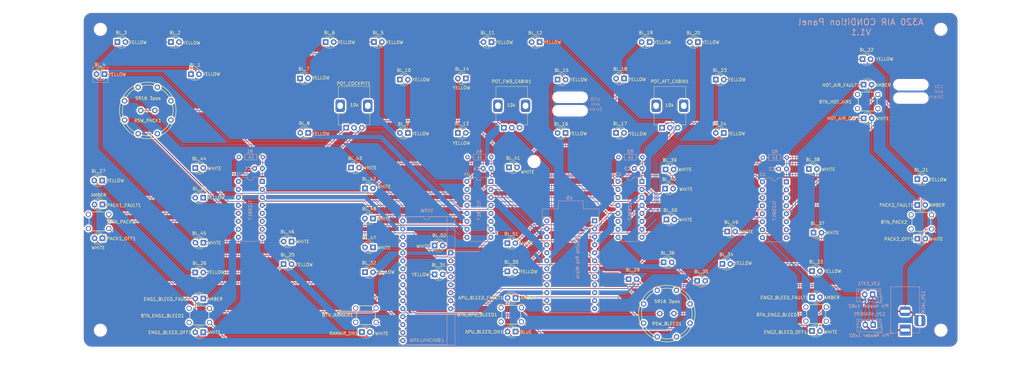
<source format=kicad_pcb>
(kicad_pcb (version 20240108) (generator "pcbnew") (generator_version "8.0")
  (title_block (title "A320 AIR CONDition Panel") (date "2024-11-17") (rev "V1.1") (company "S.K."))
  (layers (0 "F.Cu" signal) (31 "B.Cu" signal) (34 "B.Paste" user) (35 "F.Paste" user) (36 "B.SilkS" user "B.Silkscreen") (37 "F.SilkS" user "F.Silkscreen") (38 "B.Mask" user) (39 "F.Mask" user) (44 "Edge.Cuts" user))
  (net 0 "")
  (net 1 "12V_IN")
  (net 2 "GND")
  (net 3 "POT_AFT_CABIN")
  (net 4 "APU_BLEED_ON")
  (net 5 "+5V")
  (net 6 "APU_BLEED_FAULT")
  (net 8 "ENG1_BLEED_FAULT")
  (net 9 "ENG1_BLEED_OFF")
  (net 10 "Net-(BL_1-K)")
  (net 11 "Net-(BL_2-K)")
  (net 12 "Net-(BL_3-K)")
  (net 13 "BACKLIGHT_1")
  (net 14 "Net-(BL_5-K)")
  (net 15 "Net-(BL_6-K)")
  (net 16 "Net-(BL_7-K)")
  (net 17 "BACKLIGHT_2")
  (net 18 "Net-(BL_10-A)")
  (net 19 "Net-(BL_10-K)")
  (net 20 "Net-(BL_11-K)")
  (net 21 "BACKLIGHT_3")
  (net 22 "Net-(BL_13-K)")
  (net 23 "Net-(BL_14-K)")
  (net 24 "Net-(BL_15-K)")
  (net 25 "BACKLIGHT_4")
  (net 26 "Net-(BL_17-K)")
  (net 27 "Net-(BL_18-K)")
  (net 28 "Net-(BL_19-K)")
  (net 29 "BACKLIGHT_5")
  (net 30 "Net-(BL_21-K)")
  (net 31 "Net-(BL_22-K)")
  (net 32 "Net-(BL_23-K)")
  (net 33 "BACKLIGHT_6")
  (net 34 "Net-(BL_25-K)")
  (net 35 "Net-(BL_26-K)")
  (net 36 "Net-(BL_27-K)")
  (net 37 "BACKLIGHT_7")
  (net 38 "Net-(BL_29-K)")
  (net 39 "Net-(BL_30-K)")
  (net 40 "Net-(BL_31-K)")
  (net 41 "BACKLIGHT_8")
  (net 42 "ENG2_BLEED_FAULT")
  (net 43 "ENG2_BLEED_OFF")
  (net 44 "POT_FWD_CABIN")
  (net 45 "HOT_AIR_FAULT")
  (net 46 "HOT_AIR_OFF")
  (net 47 "RSW_PACK_FLOW_HI")
  (net 48 "BTN_APU_BLEED")
  (net 49 "BTN_ENG1_BLEED")
  (net 50 "RSW_PACK_FLOW_LO")
  (net 51 "RSW_BLEED_OPEN")
  (net 52 "BTN_RAMAIR")
  (net 53 "RSW_BLEED_SHUT")
  (net 54 "BTN_ENG2_BLEED")
  (net 55 "BTN_PACK2")
  (net 56 "BTN_HOT_AIR")
  (net 57 "MUX_S0")
  (net 58 "BTN_PACK1")
  (net 59 "PACK1_FAULT")
  (net 60 "PACK1_OFF")
  (net 61 "PACK2_FAULT")
  (net 62 "PACK2_OFF")
  (net 63 "RAMAIR_ON")
  (net 68 "MUX1_DATA")
  (net 69 "MUX_S1")
  (net 72 "MUX_S3")
  (net 74 "MUX_S2")
  (net 83 "Net-(U1-R-EXT)")
  (net 84 "Net-(U2-R-EXT)")
  (net 85 "Net-(U3-R-EXT)")
  (net 86 "Net-(U4-R-EXT)")
  (net 87 "RSW_PACK_FLOW_NORM")
  (net 88 "RSW_BLEED_AUTO")
  (net 94 "Net-(BL_33-K)")
  (net 95 "Net-(BL_34-K)")
  (net 96 "Net-(BL_35-K)")
  (net 97 "Net-(BL_37-K)")
  (net 98 "Net-(BL_38-K)")
  (net 99 "Net-(BL_39-K)")
  (net 100 "Net-(BL_41-K)")
  (net 101 "OUT_BRT_LED")
  (net 102 "OUT_BRT_BACK")
  (net 103 "OSH_DIN")
  (net 104 "OSH_LATCH")
  (net 105 "OSH_CLOCK")
  (net 106 "BACKLIGHT_9")
  (net 107 "OSH_DOUT1")
  (net 108 "BACKLIGHT_10")
  (net 109 "OSH_DOUT2")
  (net 110 "BACKLIGHT_11")
  (net 112 "Net-(BL_45-K)")
  (net 113 "Net-(BL_46-K)")
  (net 114 "Net-(BL_47-K)")
  (net 115 "Net-(BL_49-K)")
  (net 116 "Net-(BL_50-K)")
  (net 117 "BACKLIGHT_12")
  (net 118 "BACKLIGHT_13")
  (net 119 "OSH_DOUT3")
  (net 120 "Net-(BL_42-K)")
  (net 121 "Net-(BL_43-K)")
  (net 122 "Net-(BL_51-K)")
  (net 147 "POT_COCKPIT")
  (footprint "LED_THT:LED_D3.0mm" (layer "F.Cu") (at 143.8656 78.486)
    (property "Reference" "BL_6")
    (property "Value" "YELLOW")
  )
  (footprint "LED_THT:LED_D3.0mm" (layer "F.Cu") (at 298.704 170.4594)
    (property "Reference" "ENG2_BLEED_OFF1")
    (property "Value" "WHITE")
  )
  (footprint "SamacSys_Parts:B3F1000" (layer "F.Cu") (at 316.436 97.3989)
    (property "Reference" "BTN_HOT_AIR1")
    (property "Value" "B3F-1055" (hide yes))
  )
  (footprint "Potentiometer_THT:Potentiometer_Alps_RK09K_Single_Vertical" (layer "F.Cu") (at 200.5984 105.7552 90)
    (property "Reference" "POT_FWD_CABIN1")
    (property "Value" "10k")
  )
  (footprint "SamacSys_Parts:B3F1000" (layer "F.Cu") (at 103.6332 165.517)
    (property "Reference" "BTN_ENG1_BLEED1")
    (property "Value" "B3F-1055" (hide yes))
  )
  (footprint "SamacSys_Parts:B3F1000" (layer "F.Cu") (at 156.67 165.4455)
    (property "Reference" "BTN_RAMAIR1")
    (property "Value" "B3F-1055" (hide yes))
  )
  (footprint "LED_THT:LED_D3.0mm" (layer "F.Cu") (at 104.8766 170.8658 180)
    (property "Reference" "ENG1_BLEED_OFF1")
    (property "Value" "WHITE")
  )
  (footprint "My:SR16-AB" (layer "F.Cu") (at 87.2109 100.2552)
    (property "Reference" "RSW_PACK1")
    (property "Value" "SR16 3pos")
  )
  (footprint "SamacSys_Parts:B3F1000" (layer "F.Cu") (at 202.9488 165.2931)
    (property "Reference" "BTN_APU_BLEED1")
    (property "Value" "B3F-1055" (hide yes))
  )
  (footprint "LED_THT:LED_D3.0mm" (layer "F.Cu") (at 236.3166 107.3912)
    (property "Reference" "BL_17")
    (property "Value" "YELLOW")
  )
  (footprint "LED_THT:LED_D3.0mm" (layer "F.Cu") (at 217.6984 90.424)
    (property "Reference" "BL_15")
    (property "Value" "YELLOW")
  )
  (footprint "LED_THT:LED_D3.0mm" (layer "F.Cu") (at 77.5412 78.4606)
    (property "Reference" "BL_3")
    (property "Value" "YELLOW")
  )
  (footprint "My:SR16-AB" (layer "F.Cu") (at 252.4866 164.9222)
    (property "Reference" "RSW_BLEED1")
    (property "Value" "SR16 3pos")
  )
  (footprint "LED_THT:LED_D3.0mm" (layer "F.Cu") (at 262.1484 154.5082)
    (property "Reference" "BL_35")
    (property "Value" "YELLOW")
  )
  (footprint "LED_THT:LED_D3.0mm" (layer "F.Cu") (at 202.2348 118.3894)
    (property "Reference" "BL_41")
    (property "Value" "WHITE")
  )
  (footprint "LED_THT:LED_D3.0mm" (layer "F.Cu") (at 332.232 130.3528)
    (property "Reference" "PACK2_FAULT1")
    (property "Value" "AMBER")
  )
  (footprint "LED_THT:LED_D3.0mm" (layer "F.Cu") (at 102.3316 151.8412)
    (property "Reference" "BL_26")
    (property "Value" "YELLOW")
  )
  (footprint "LED_THT:LED_D3.0mm" (layer "F.Cu") (at 240.3298 153.9748)
    (property "Reference" "BL_29")
    (property "Value" "YELLOW")
  )
  (footprint "LED_THT:LED_D3.0mm" (layer "F.Cu") (at 72.7202 122.555 180)
    (property "Reference" "BL_27")
    (property "Value" "YELLOW")
  )
  (footprint "LED_THT:LED_D3.0mm" (layer "F.Cu") (at 185.9484 107.3912)
    (property "Reference" "BL_13")
    (property "Value" "YELLOW")
  )
  (footprint "LED_THT:LED_D3.0mm" (layer "F.Cu") (at 104.9274 142.367 180)
    (property "Reference" "BL_45")
    (property "Value" "WHITE")
  )
  (footprint "LED_THT:LED_D3.0mm" (layer "F.Cu") (at 271.7038 138.811)
    (property "Reference" "BL_49")
    (property "Value" "WHITE")
  )
  (footprint "LED_THT:LED_D3.0mm" (layer "F.Cu") (at 178.557 143.256)
    (property "Reference" "BL_52")
    (property "Value" "WHITE")
  )
  (footprint "LED_THT:LED_D3.0mm" (layer "F.Cu") (at 138.303 107.3912 180)
    (property "Reference" "BL_8")
    (property "Value" "YELLOW")
  )
  (footprint "LED_THT:LED_D3.0mm" (layer "F.Cu") (at 158.9024 134.6454 180)
    (property "Reference" "BL_48")
    (property "Value" "WHITE")
  )
  (footprint "LED_THT:LED_D3.0mm" (layer "F.Cu") (at 238.8666 90.0684 180)
    (property "Reference" "BL_18")
    (property "Value" "YELLOW")
  )
  (footprint "LED_THT:LED_D3.0mm" (layer "F.Cu") (at 204.3176 170.6626 180)
    (property "Reference" "APU_BLEED_ON1")
    (property "Value" "BLUE")
  )
  (footprint "LED_THT:LED_D3.0mm" (layer "F.Cu") (at 299.1866 139.1666)
    (property "Reference" "BL_37")
    (property "Value" "WHITE")
  )
  (footprint "LED_THT:LED_D3.0mm" (layer "F.Cu") (at 220.2484 107.4166 180)
    (property "Reference" "BL_16")
    (property "Value" "YELLOW")
  )
  (footprint "LED_THT:LED_D3.0mm" (layer "F.Cu") (at 130.4544 149.1742)
    (property "Reference" "BL_25")
    (property "Value" "YELLOW")
  )
  (footprint "LED_THT:LED_D3.0mm" (layer "F.Cu") (at 135.7122 90.043)
    (property "Reference" "BL_7")
    (property "Value" "YELLOW")
  )
  (footprint "LED_THT:LED_D3.0mm" (layer "F.Cu") (at 315.1328 92.0242)
    (property "Reference" "HOT_AIR_FAULT1")
    (property "Value" "AMBER")
  )
  (footprint "LED_THT:LED_D3.0mm" (layer "F.Cu") (at 188.4984 90.0684 180)
    (property "Reference" "BL_14")
    (property "Value" "YELLOW")
  )
  (footprint "LED_THT:LED_D3.0mm" (layer "F.Cu") (at 196.6518 78.486 180)
    (property "Reference" "BL_11")
    (property "Value" "YELLOW")
  )
  (footprint "LED_THT:LED_D3.0mm" (layer "F.Cu") (at 251.9426 125.1458)
    (property "Reference" "BL_40")
    (property "Value" "WHITE")
  )
  (footprint "LED_THT:LED_D3.0mm" (layer "F.Cu") (at 155.3972 170.815)
    (property "Reference" "RAMAIR_ON1")
    (property "Value" "WHITE")
  )
  (footprint "LED_THT:LED_D3.0mm" (layer "F.Cu") (at 270.6166 107.4166 180)
    (property "Reference" "BL_24")
    (property "Value" "YELLOW")
  )
  (footprint "LED_THT:LED_D3.0mm" (layer "F.Cu") (at 159.2326 78.4606)
    (property "Reference" "BL_5")
    (property "Value" "YELLOW")
  )
  (footprint "LED_THT:LED_D3.0mm" (layer "F.Cu") (at 104.902 160.147 180)
    (property "Reference" "ENG1_BLEED_FAULT1")
    (property "Value" "AMBER")
  )
  (footprint "LED_THT:LED_D3.0mm" (layer "F.Cu") (at 298.704 159.7152)
    (property "Reference" "ENG2_BLEED_FAULT1")
    (property "Value" "AMBER")
  )
  (footprint "LED_THT:LED_D3.0mm" (layer "F.Cu") (at 262.3616 78.486 180)
    (property "Reference" "BL_20")
    (property "Value" "YELLOW")
  )
  (footprint "LED_THT:LED_D3.0mm" (layer "F.Cu") (at 297.7134 118.872)
    (property "Reference" "BL_38")
    (property "Value" "WHITE")
  )
  (footprint "Potentiometer_THT:Potentiometer_Alps_RK09K_Single_Vertical" (layer "F.Cu") (at 250.9666 105.7552 90)
    (property "Reference" "POT_AFT_CABIN1")
    (property "Value" "10k")
  )
  (footprint "LED_THT:LED_D3.0mm" (layer "F.Cu") (at 251.4804 148.59)
    (property "Reference" "BL_36")
    (property "Value" "YELLOW")
  )
  (footprint "LED_THT:LED_D3.0mm" (layer "F.Cu") (at 211.9934 78.486 180)
    (property "Reference" "BL_12")
    (property "Value" "YELLOW")
  )
  (footprint "LED_THT:LED_D3.0mm" (layer "F.Cu") (at 133.0198 141.986 180)
    (property "Reference" "BL_46")
    (property "Value" "WHITE")
  )
  (footprint "LED_THT:LED_D3.0mm" (layer "F.Cu") (at 73.4314 88.6968 180)
    (property "Reference" "BL_4")
    (property "Value" "YELLOW")
  )
  (footprint "LED_THT:LED_D3.0mm" (layer "F.Cu") (at 156.3878 151.7396)
    (property "Reference" "BL_32")
    (property "Value" "YELLOW")
  )
  (footprint "LED_THT:LED_D3.0mm" (layer "F.Cu") (at 72.7964 130.2004 180)
    (property "Reference" "PACK1_FAULT1")
    (property "Value" "AMBER")
  )
  (footprint "LED_THT:LED_D3.0mm" (layer "F.Cu") (at 247.02 78.486 180)
    (property "Reference" "BL_19")
    (property "Value" "YELLOW")
  )
  (footprint "LED_THT:LED_D3.0mm" (layer "F.Cu") (at 315.1632 102.7684)
    (property "Reference" "HOT_AIR_OFF1")
    (property "Value" "WHITE")
  )
  (footprint "LED_THT:LED_D3.0mm" (layer "F.Cu") (at 151.9428 118.4656)
    (property "Reference" "BL_43")
    (property "Value" "WHITE")
  )
  (footprint "LED_THT:LED_D3.0mm" (layer "F.Cu") (at 201.7014 151.4856)
    (property "Reference" "BL_30")
    (property "Value" "YELLOW")
  )
  (footprint "LED_THT:LED_D3.0mm" (layer "F.Cu") (at 104.8816 128.0414 180)
    (property "Reference" "BL_28")
    (property "Value" "YELLOW")
  )
  (footprint "LED_THT:LED_D3.0mm" (layer "F.Cu") (at 268.0666 90.424)
    (property "Reference" "BL_23")
    (property "Value" "YELLOW")
  )
  (footprint "SamacSys_Parts:B3F1000" (layer "F.Cu") (at 300.0022 165.0899)
    (property "Reference" "BTN_ENG2_BLEED1")
    (property "Value" "B3F-1055" (hide yes))
  )
  (footprint "LED_THT:LED_D3.0mm" (layer "F.Cu") (at 156.3878 125.0442)
    (property "Reference" "BL_42")
    (property "Value" "WHITE")
  )
  (footprint "LED_THT:LED_D3.0mm" (layer "F.Cu") (at 270.1544 149.098)
    (property "Reference" "BL_34")
    (property "Value" "YELLOW")
  )
  (footprint "LED_THT:LED_D3.0mm" (layer "F.Cu") (at 252.344 134.9756)
    (property "Reference" "BL_50")
    (property "Value" "WHITE")
  )
  (footprint "LED_THT:LED_D3.0mm" (layer "F.Cu") (at 314.8076 83.9216)
    (property "Reference" "BL_22")
    (property "Value" "YELLOW")
  )
  (footprint "LED_THT:LED_D3.0mm" (layer "F.Cu") (at 158.9278 143.8402 180)
    (property "Reference" "BL_47")
    (property "Value" "WHITE")
  )
  (footprint "LED_THT:LED_D3.0mm" (layer "F.Cu") (at 94.615 78.4606)
    (property "Reference" "BL_2")
    (property "Value" "YELLOW")
  )
  (footprint "LED_THT:LED_D3.0mm" (layer "F.Cu") (at 178.557 152.4508)
    (property "Reference" "BL_31")
    (property "Value" "YELLOW")
  )
  (footprint "LED_THT:LED_D3.0mm" (layer "F.Cu") (at 204.3176 159.9184 180)
    (property "Reference" "APU_BLEED_FAULT1")
    (property "Value" "AMBER")
  )
  (footprint "LED_THT:LED_D3.0mm" (layer "F.Cu") (at 332.232 141.097)
    (property "Reference" "PACK2_OFF1")
    (property "Value" "WHITE")
  )
  (footprint "LED_THT:LED_D3.0mm" (layer "F.Cu") (at 72.7964 140.9446 180)
    (property "Reference" "PACK1_OFF1")
    (property "Value" "WHITE")
  )
  (footprint "LED_THT:LED_D3.0mm" (layer "F.Cu") (at 170.0276 107.4166 180)
    (property "Reference" "BL_9")
    (property "Value" "YELLOW")
  )
  (footprint "LED_THT:LED_D3.0mm" (layer "F.Cu") (at 201.7014 142.5194)
    (property "Reference" "BL_51")
    (property "Value" "WHITE")
  )
  (footprint "LED_THT:LED_D3.0mm" (layer "F.Cu") (at 332.232 122.1486)
    (property "Reference" "BL_21")
    (property "Value" "YELLOW")
  )
  (footprint "LED_THT:LED_D3.0mm" (layer "F.Cu") (at 298.704 151.4094)
    (property "Reference" "BL_33")
    (property "Value" "YELLOW")
  )
  (footprint "SamacSys_Parts:B3F1000" (layer "F.Cu") (at 71.5546 135.5751)
    (property "Reference" "BTN_PACK1")
    (property "Value" "B3F-1055" (hide yes))
  )
  (footprint "LED_THT:LED_D3.0mm" (layer "F.Cu") (at 100.9854 88.7222)
    (property "Reference" "BL_1")
    (property "Value" "YELLOW")
  )
  (footprint "LED_THT:LED_D3.0mm" (layer "F.Cu") (at 167.4776 90.424)
    (property "Reference" "BL_10")
    (property "Value" "YELLOW")
  )
  (footprint "Potentiometer_THT:Potentiometer_Alps_RK09K_Single_Vertical" (layer "F.Cu") (at 150.3776 105.7552 90)
    (property "Reference" "POT_COCKPIT1")
    (property "Value" "10k")
  )
  (footprint "SamacSys_Parts:B3F1000" (layer "F.Cu") (at 333.5302 135.7275)
    (property "Reference" "BTN_PACK2")
    (property "Value" "B3F-1055" (hide yes))
  )
  (footprint "LED_THT:LED_D3.0mm" (layer "F.Cu") (at 252.09 119.0244)
    (property "Reference" "BL_39")
    (property "Value" "WHITE")
  )
  (footprint "LED_THT:LED_D3.0mm" (layer "F.Cu") (at 102.3316 118.5672)
    (property "Reference" "BL_44")
    (property "Value" "WHITE")
  )
  (footprint "Connector_BarrelJack:BarrelJack_Horizontal" (layer "B.Cu") (at 328.3712 170.18 -90)
    (property "Reference" "12V_JACK1")
    (property "Value" "Power Jack" (hide yes))
  )
  (footprint "Package_DIP:DIP-16_W7.62mm" (layer "B.Cu") (at 290.5266 122.9854 180)
    (property "Reference" "U2")
    (property "Value" "TLC5917")
  )
  (footprint "Resistor_THT:R_Axial_DIN0204_L3.6mm_D1.6mm_P7.62mm_Horizontal" (layer "B.Cu") (at 116.2026 115.0874)
    (property "Reference" "R1")
    (property "Value" "1k")
  )
  (footprint "My:MUX74HC4067" (layer "B.Cu") (at 175.519 154.6606)
    (property "Reference" "MUX1")
    (property "Value" "MUX74HC4067")
  )
  (footprint "Package_DIP:DIP-16_W7.62mm" (layer "B.Cu") (at 244.5526 122.8584 180)
    (property "Reference" "U3")
    (property "Value" "TLC5917")
  )
  (footprint "Package_DIP:DIP-16_W7.62mm" (layer "B.Cu") (at 196.4704 122.8584 180)
    (property "Reference" "U4")
    (property "Value" "TLC5917")
  )
  (footprint "Capacitor_THT:C_Disc_D3.0mm_W1.6mm_P2.50mm" (layer "B.Cu") (at 121.2226 118.7109)
    (property "Reference" "C1")
    (property "Value" "0.1uF Ceramic" (hide yes))
  )
  (footprint "Connector_JST:JST_EH_B2B-EH-A_1x02_P2.50mm_Vertical" (layer "B.Cu") (at 318.1668 168.4802 180)
    (property "Reference" "12V_HEADER1")
    (property "Value" "Pin Header 1x02")
  )
  (footprint "Arduino:Sparkfun_Pro_Micro" (layer "B.Cu") (at 214.2744 163.3474)
    (property "Reference" "U5")
    (property "Value" "Arduino Pro Micro")
  )
  (footprint "Resistor_THT:R_Axial_DIN0204_L3.6mm_D1.6mm_P7.62mm_Horizontal" (layer "B.Cu") (at 237.0826 115.1114)
    (property "Reference" "R3")
    (property "Value" "1k")
  )
  (footprint "Connector_JST:JST_EH_B2B-EH-A_1x02_P2.50mm_Vertical" (layer "B.Cu") (at 317.9998 158.8536 180)
    (property "Reference" "12V_EXT1")
    (property "Value" "Pin Header 1x02")
  )
  (footprint "Resistor_THT:R_Axial_DIN0204_L3.6mm_D1.6mm_P7.62mm_Horizontal" (layer "B.Cu") (at 189.0004 115.1114)
    (property "Reference" "R4")
    (property "Value" "1k")
  )
  (footprint "Package_DIP:DIP-16_W7.62mm" (layer "B.Cu") (at 123.6726 122.8344 180)
    (property "Reference" "U1")
    (property "Value" "TLC5917")
  )
  (footprint "Resistor_THT:R_Axial_DIN0204_L3.6mm_D1.6mm_P7.62mm_Horizontal" (layer "B.Cu") (at 283.0566 115.2384)
    (property "Reference" "R2")
    (property "Value" "1k")
  )
  (footprint "Capacitor_THT:C_Disc_D3.0mm_W1.6mm_P2.50mm" (layer "B.Cu") (at 194.0204 118.7349)
    (property "Reference" "C4")
    (property "Value" "0.1uF Ceramic" (hide yes))
  )
  (footprint "Capacitor_THT:C_Disc_D3.0mm_W1.6mm_P2.50mm" (layer "B.Cu") (at 288.0766 118.8619)
    (property "Reference" "C2")
    (property "Value" "0.1uF Ceramic" (hide yes))
  )
  (footprint "Capacitor_THT:C_Disc_D3.0mm_W1.6mm_P2.50mm" (layer "B.Cu") (at 242.1026 118.7349)
    (property "Reference" "C3")
    (property "Value" "0.1uF Ceramic" (hide yes))
  )
  (gr_rect (start 69.7364 86.4468) (end 74.5744 91.2848) (stroke (width 0.1)) (fill none) (layer "F.SilkS"))
  (gr_arc (start 225.52383 98.98622) (mid 226.86879 100.33121) (end 225.52383 101.6762) (stroke (width 0.05)) (layer "Edge.Cuts"))
  (gr_arc (start 334.03337 94.97423) (mid 335.37832 96.31921) (end 334.03337 97.66421) (stroke (width 0.05)) (layer "Edge.Cuts"))
  (gr_arc (start 69.3702 175.9425) (mid 67.24888 175.06382) (end 66.3702 172.9425) (stroke (width 0.05)) (layer "Edge.Cuts"))
  (gr_arc (start 342.5376 68.7149) (mid 344.65892 69.59358) (end 345.5376 71.7149) (stroke (width 0.05)) (layer "Edge.Cuts"))
  (gr_arc (start 225.52779 94.71781) (mid 226.8728 96.0628) (end 225.52779 97.40779) (stroke (width 0.05)) (layer "Edge.Cuts"))
  (gr_line (start 326.36262 90.70582) (end 334.03342 90.70582) (stroke (width 0.05)) (layer "Edge.Cuts"))
  (gr_line (start 69.3702 68.7149) (end 342.5376 68.7149) (stroke (width 0.05)) (layer "Edge.Cuts"))
  (gr_circle (center 72.136 170.2308) (end 73.736 170.2308) (stroke (width 0.05)) (fill none) (layer "Edge.Cuts"))
  (gr_line (start 326.36653 97.66421) (end 334.03337 97.66421) (stroke (width 0.05)) (layer "Edge.Cuts"))
  (gr_arc (start 334.03342 90.70582) (mid 335.37843 92.05081) (end 334.03342 93.3958) (stroke (width 0.05)) (layer "Edge.Cuts"))
  (gr_line (start 342.5376 175.9425) (end 69.3702 175.9425) (stroke (width 0.05)) (layer "Edge.Cuts"))
  (gr_arc (start 66.3702 71.7149) (mid 67.24888 69.59358) (end 69.3702 68.7149) (stroke (width 0.05)) (layer "Edge.Cuts"))
  (gr_arc (start 326.36658 93.39701) (mid 325.02154 92.05201) (end 326.36658 90.70703) (stroke (width 0.05)) (layer "Edge.Cuts"))
  (gr_circle (center 72.136 74.422) (end 73.736 74.422) (stroke (width 0.05)) (fill none) (layer "Edge.Cuts"))
  (gr_arc (start 345.5376 172.9425) (mid 344.65892 175.06382) (end 342.5376 175.9425) (stroke (width 0.05)) (layer "Edge.Cuts"))
  (gr_arc (start 217.86095 97.409) (mid 216.51591 96.06401) (end 217.86095 94.71902) (stroke (width 0.05)) (layer "Edge.Cuts"))
  (gr_circle (center 210.2104 116.5352) (end 211.8104 116.5352) (stroke (width 0.05)) (fill none) (layer "Edge.Cuts"))
  (gr_line (start 66.3702 172.9425) (end 66.3702 71.7149) (stroke (width 0.05)) (layer "Edge.Cuts"))
  (gr_circle (center 339.740618 74.422) (end 341.340618 74.422) (stroke (width 0.05)) (fill none) (layer "Edge.Cuts"))
  (gr_line (start 217.85699 94.71781) (end 225.52779 94.71781) (stroke (width 0.05)) (layer "Edge.Cuts"))
  (gr_line (start 326.36658 93.3958) (end 334.03342 93.3958) (stroke (width 0.05)) (layer "Edge.Cuts"))
  (gr_line (start 217.85699 101.6762) (end 225.52383 101.6762) (stroke (width 0.05)) (layer "Edge.Cuts"))
  (gr_line (start 217.86095 97.40779) (end 225.52779 97.40779) (stroke (width 0.05)) (layer "Edge.Cuts"))
  (gr_arc (start 326.36653 97.66542) (mid 325.02153 96.32041) (end 326.36653 94.97544) (stroke (width 0.05)) (layer "Edge.Cuts"))
  (gr_line (start 217.85303 98.98622) (end 225.52383 98.98622) (stroke (width 0.05)) (layer "Edge.Cuts"))
  (gr_line (start 345.5376 71.7149) (end 345.5376 172.9425) (stroke (width 0.05)) (layer "Edge.Cuts"))
  (gr_arc (start 217.85699 101.67741) (mid 216.512 100.33242) (end 217.85699 98.98743) (stroke (width 0.05)) (layer "Edge.Cuts"))
  (gr_line (start 326.36257 94.97423) (end 334.03337 94.97423) (stroke (width 0.05)) (layer "Edge.Cuts"))
  (gr_circle (center 339.740618 170.2308) (end 341.340618 170.2308) (stroke (width 0.05)) (fill none) (layer "Edge.Cuts"))
  (gr_text "12V\nAnti\nStrain" (at 340.57164 96.44501 0) (layer "B.SilkS") (effects (font (size 1 1) (thickness 0.1)) (justify left bottom mirror)))
  (gr_text "${TITLE}\n${REVISION}" (at 314.2742 76.5048 0) (layer "B.SilkS") (effects (font (size 2 2) (thickness 0.25)) (justify bottom mirror)))
  (gr_text "USB\nAnti\nStrain" (at 229.71758 100.457 0) (layer "B.SilkS") (effects (font (size 1 1) (thickness 0.1)) (justify bottom mirror)))
  (segment (start 300.4774 140.4158) (end 293.5719 140.4158) (width 0.2) (layer "F.Cu") (net 1))
  (segment (start 334.772 122.1486) (end 333.572 123.3486) (width 0.2) (layer "F.Cu") (net 1))
  (segment (start 333.572 137.09) (end 331.4954 139.1666) (width 0.2) (layer "F.Cu") (net 1))
  (segment (start 158.0642 82.169) (end 107.3862 82.169) (width 0.2) (layer "F.Cu") (net 1))
  (segment (start 333.572 123.3486) (end 333.572 137.09) (width 0.2) (layer "F.Cu") (net 1))
  (segment (start 204.7748 118.3894) (end 211.7852 111.379) (width 0.2) (layer "F.Cu") (net 1))
  (segment (start 293.5719 140.4158) (end 292.6515 139.4954) (width 0.2) (layer "F.Cu") (net 1))
  (segment (start 301.244 153.7462) (end 301.244 151.4094) (width 0.2) (layer "F.Cu") (net 1))
  (segment (start 103.5254 88.7222) (end 103.5254 86.0298) (width 0.2) (layer "F.Cu") (net 1))
  (segment (start 292.6515 139.4954) (end 274.9282 139.4954) (width 0.2) (layer "F.Cu") (net 1))
  (segment (start 242.8215 153.924) (end 244.6565 155.759) (width 0.2) (layer "F.Cu") (net 1))
  (segment (start 169.1132 109.0422) (end 186.8374 109.0422) (width 0.2) (layer "F.Cu") (net 1))
  (segment (start 188.4884 107.3912) (end 193.7766 107.3912) (width 0.2) (layer "F.Cu") (net 1))
  (segment (start 301.7266 139.1666) (end 300.4774 140.4158) (width 0.2) (layer "F.Cu") (net 1))
  (segment (start 274.9282 139.4954) (end 274.2438 138.811) (width 0.2) (layer "F.Cu") (net 1))
  (segment (start 193.7766 107.3912) (end 204.7748 118.3894) (width 0.2) (layer "F.Cu") (net 1))
  (segment (start 234.8688 111.379) (end 238.8566 107.3912) (width 0.2) (layer "F.Cu") (net 1))
  (segment (start 107.3862 82.169) (end 103.5254 86.0298) (width 0.2) (layer "F.Cu") (net 1))
  (segment (start 102.3874 142.367) (end 106.426 146.4056) (width 0.2) (layer "F.Cu") (net 1))
  (segment (start 244.6565 155.759) (end 299.2312 155.759) (width 0.2) (layer "F.Cu") (net 1))
  (segment (start 167.4876 107.4166) (end 169.1132 109.0422) (width 0.2) (layer "F.Cu") (net 1))
  (segment (start 186.8374 109.0422) (end 188.4884 107.3912) (width 0.2) (layer "F.Cu") (net 1))
  (segment (start 161.7726 78.4606) (end 158.0642 82.169) (width 0.2) (layer "F.Cu") (net 1))
  (segment (start 317.3666 170.18) (end 328.3712 170.18) (width 0.5) (layer "F.Cu") (net 1))
  (segment (start 299.2312 155.759) (end 301.244 153.7462) (width 0.2) (layer "F.Cu") (net 1))
  (segment (start 106.426 146.4056) (end 130.2258 146.4056) (width 0.2) (layer "F.Cu") (net 1))
  (segment (start 315.6668 168.4802) (end 317.3666 170.18) (width 0.5) (layer "F.Cu") (net 1))
  (segment (start 211.7852 111.379) (end 234.8688 111.379) (width 0.2) (layer "F.Cu") (net 1))
  (segment (start 130.2258 146.4056) (end 132.9944 149.1742) (width 0.2) (layer "F.Cu") (net 1))
  (segment (start 331.4954 139.1666) (end 301.7266 139.1666) (width 0.2) (layer "F.Cu") (net 1))
  (segment (start 239.7989 156.9466) (end 242.8215 153.924) (width 0.2) (layer "B.Cu") (net 1))
  (segment (start 315.6668 168.4802) (end 315.6668 159.0206) (width 0.5) (layer "B.Cu") (net 1))
  (segment (start 161.7726 78.4606) (end 161.7726 101.7016) (width 0.2) (layer "B.Cu") (net 1))
  (segment (start 102.3874 142.367) (end 72.2314 112.211) (width 0.2) (layer "B.Cu") (net 1))
  (segment (start 315.4998 158.8536) (end 308.6882 158.8536) (width 0.2) (layer "B.Cu") (net 1))
  (segment (start 72.2314 112.211) (end 72.2314 87.4968) (width 0.2) (layer "B.Cu") (net 1))
  (segment (start 301.7266 139.1666) (end 301.7266 150.9268) (width 0.2) (layer "B.Cu") (net 1))
  (segment (start 308.6882 158.8536) (end 301.244 151.4094) (width 0.2) (layer "B.Cu") (net 1))
  (segment (start 161.7726 101.7016) (end 167.4876 107.4166) (width 0.2) (layer "B.Cu") (net 1))
  (segment (start 200.19 156.9466) (end 239.7989 156.9466) (width 0.2) (layer "B.Cu") (net 1))
  (segment (start 72.2314 87.4968) (end 73.0572 86.671) (width 0.2) (layer "B.Cu") (net 1))
  (segment (start 73.0572 86.671) (end 101.4742 86.671) (width 0.2) (layer "B.Cu") (net 1))
  (segment (start 148.5138 164.6936) (end 192.443 164.6936) (width 0.2) (layer "B.Cu") (net 1))
  (segment (start 132.9944 149.1742) (end 148.5138 164.6936) (width 0.2) (layer "B.Cu") (net 1))
  (segment (start 101.4742 86.671) (end 103.5254 88.7222) (width 0.2) (layer "B.Cu") (net 1))
  (segment (start 192.443 164.6936) (end 200.19 156.9466) (width 0.2) (layer "B.Cu") (net 1))
  (segment (start 218.9226 140.4874) (end 216.3826 137.9474) (width 0.2) (layer "F.Cu") (net 2))
  (segment (start 244.5526 121.750586) (end 244.5526 122.8584) (width 0.2) (layer "F.Cu") (net 2))
  (segment (start 254.726 164.9222) (end 250.226 164.9222) (width 0.2) (layer "F.Cu") (net 2))
  (segment (start 330.0712 164.18) (end 333.0712 167.18) (width 0.5) (layer "F.Cu") (net 2))
  (segment (start 289.6765 115.2384) (end 278.6289 104.1908) (width 0.2) (layer "F.Cu") (net 2))
  (segment (start 303.2522 162.8399) (end 301.1699 164.9222) (width 0.2) (layer "F.Cu") (net 2))
  (segment (start 328.3712 164.18) (end 330.0712 164.18) (width 0.2) (layer "F.Cu") (net 2))
  (segment (start 89.4609 100.2552) (end 108.9904 100.2552) (width 0.2) (layer "F.Cu") (net 2))
  (segment (start 218.9226 140.4874) (end 229.5144 140.4874) (width 0.2) (layer "F.Cu") (net 2))
  (segment (start 198.3532 103.51) (end 152.6228 103.51) (width 0.2) (layer "F.Cu") (net 2))
  (segment (start 319.686 95.1489) (end 336.7802 112.2431) (width 0.2) (layer "F.Cu") (net 2))
  (segment (start 84.9609 100.2552) (end 89.4609 100.2552) (width 0.2) (layer "F.Cu") (net 2))
  (segment (start 336.7802 112.2431) (end 336.7802 133.4775) (width 0.2) (layer "F.Cu") (net 2))
  (segment (start 108.9904 100.2552) (end 123.8226 115.0874) (width 0.2) (layer "F.Cu") (net 2))
  (segment (start 243.636214 120.8342) (end 244.5526 121.750586) (width 0.2) (layer "F.Cu") (net 2))
  (segment (start 106.8832 163.267) (end 107.9724 164.3562) (width 0.2) (layer "F.Cu") (net 2))
  (segment (start 301.1699 164.9222) (end 254.726 164.9222) (width 0.2) (layer "F.Cu") (net 2))
  (segment (start 141.0454 115.0874) (end 150.3776 105.7552) (width 0.2) (layer "F.Cu") (net 2))
  (segment (start 123.8226 115.0874) (end 141.0454 115.0874) (width 0.2) (layer "F.Cu") (net 2))
  (segment (start 290.6766 115.2384) (end 289.6765 115.2384) (width 0.2) (layer "F.Cu") (net 2))
  (segment (start 196.5204 118.7349) (end 198.6197 120.8342) (width 0.2) (layer "F.Cu") (net 2))
  (segment (start 107.9724 164.3562) (end 158.7593 164.3562) (width 0.2) (layer "F.Cu") (net 2))
  (segment (start 278.6289 104.1908) (end 252.531 104.1908) (width 0.2) (layer "F.Cu") (net 2))
  (segment (start 198.6197 120.8342) (end 243.636214 120.8342) (width 0.2) (layer "F.Cu") (net 2))
  (segment (start 317.9998 158.8536) (end 323.3262 164.18) (width 0.5) (layer "F.Cu") (net 2))
  (segment (start 212.794314 137.9474) (end 214.2744 137.9474) (width 0.2) (layer "F.Cu") (net 2))
  (segment (start 205.148914 145.5928) (end 212.794314 137.9474) (width 0.2) (layer "F.Cu") (net 2))
  (segment (start 299.5965 115.2384) (end 290.6766 115.2384) (width 0.2) (layer "F.Cu") (net 2))
  (segment (start 299.5965 115.2384) (end 319.686 95.1489) (width 0.2) (layer "F.Cu") (net 2))
  (segment (start 323.3262 164.18) (end 328.3712 164.18) (width 0.5) (layer "F.Cu") (net 2))
  (segment (start 252.531 104.1908) (end 250.9666 105.7552) (width 0.2) (layer "F.Cu") (net 2))
  (segment (start 314.0135 162.8399) (end 317.9998 158.8536) (width 0.2) (layer "F.Cu") (net 2))
  (segment (start 183.6724 145.5928) (end 205.148914 145.5928) (width 0.2) (layer "F.Cu") (net 2))
  (segment (start 216.3826 137.9474) (end 214.2744 137.9474) (width 0.2) (layer "F.Cu") (net 2))
  (segment (start 200.5984 105.7552) (end 198.3532 103.51) (width 0.2) (layer "F.Cu") (net 2))
  (segment (start 303.2522 162.8399) (end 314.0135 162.8399) (width 0.2) (layer "F.Cu") (net 2))
  (segment (start 152.6228 103.51) (end 150.3776 105.7552) (width 0.2) (layer "F.Cu") (net 2))
  (segment (start 158.7593 164.3562) (end 159.92 163.1955) (width 0.2) (layer "F.Cu") (net 2))
  (segment (start 196.5204 118.7349) (end 196.5204 122.8084) (width 0.2) (layer "B.Cu") (net 2))
  (segment (start 200.5984 105.7552) (end 200.5984 106.9553) (width 0.2) (layer "B.Cu") (net 2))
  (segment (start 337.9053 134.6026) (end 337.9053 140.5636) (width 0.2) (layer "B.Cu") (net 2))
  (segment (start 328.3712 164.18) (end 328.3712 150.0977) (width 0.2) (layer "B.Cu") (net 2))
  (segment (start 336.7802 133.4775) (end 337.9053 134.6026) (width 0.2) (layer "B.Cu") (net 2))
  (segment (start 167.0685 146.9009) (end 159.92 154.0494) (width 0.2) (layer "B.Cu") (net 2))
  (segment (start 196.6204 110.9333) (end 196.6204 115.1114) (width 0.2) (layer "B.Cu") (net 2))
  (segment (start 229.5144 143.0274) (end 229.5144 140.4874) (width 0.2) (layer "B.Cu") (net 2))
  (segment (start 182.3643 146.9009) (end 167.0685 146.9009) (width 0.2) (layer "B.Cu") (net 2))
  (segment (start 103.0182 163.267) (end 74.8046 135.0534) (width 0.2) (layer "B.Cu") (net 2))
  (segment (start 74.8046 135.0534) (end 74.8046 133.3251) (width 0.2) (layer "B.Cu") (net 2))
  (segment (start 328.3712 150.0977) (end 337.9053 140.5636) (width 0.2) (layer "B.Cu") (net 2))
  (segment (start 244.7026 115.1114) (end 244.7026 118.6349) (width 0.2) (layer "B.Cu") (net 2))
  (segment (start 211.5594 137.9474) (end 196.4704 122.8584) (width 0.2) (layer "B.Cu") (net 2))
  (segment (start 206.1988 163.0431) (end 208.0779 164.9222) (width 0.2) (layer "B.Cu") (net 2))
  (segment (start 183.6724 145.5928) (end 182.3643 146.9009) (width 0.2) (layer "B.Cu") (net 2))
  (segment (start 244.6026 118.7349) (end 244.6026 122.8084) (width 0.2) (layer "B.Cu") (net 2))
  (segment (start 290.6766 115.2384) (end 290.6766 118.7619) (width 0.2) (layer "B.Cu") (net 2))
  (segment (start 244.7026 112.0192) (end 250.9666 105.7552) (width 0.2) (layer "B.Cu") (net 2))
  (segment (start 159.92 154.0494) (end 159.92 163.1955) (width 0.2) (layer "B.Cu") (net 2))
  (segment (start 244.7026 115.1114) (end 244.7026 112.0192) (width 0.2) (layer "B.Cu") (net 2))
  (segment (start 196.6204 115.1114) (end 196.6204 118.6349) (width 0.2) (layer "B.Cu") (net 2))
  (segment (start 290.5766 118.8619) (end 290.5766 122.9354) (width 0.2) (layer "B.Cu") (net 2))
  (segment (start 214.2744 137.9474) (end 211.5594 137.9474) (width 0.2) (layer "B.Cu") (net 2))
  (segment (start 317.9998 158.8536) (end 317.9998 168.3132) (width 0.5) (layer "B.Cu") (net 2))
  (segment (start 200.5984 106.9553) (end 196.6204 110.9333) (width 0.2) (layer "B.Cu") (net 2))
  (segment (start 208.0779 164.9222) (end 250.226 164.9222) (width 0.2) (layer "B.Cu") (net 2))
  (segment (start 106.8832 163.267) (end 103.0182 163.267) (width 0.2) (layer "B.Cu") (net 2))
  (segment (start 123.8226 115.0874) (end 123.8226 118.6109) (width 0.2) (layer "B.Cu") (net 2))
  (segment (start 123.6726 122.8344) (end 123.6726 118.7609) (width 0.2) (layer "B.Cu") (net 2))
  (segment (start 253.4666 105.7552) (end 253.4666 110.2868) (width 0.2) (layer "B.Cu") (net 3))
  (segment (start 236.1946 129.2352) (end 231.6734 133.7564) (width 0.2) (layer "B.Cu") (net 3))
  (segment (start 242.3922 126.6952) (end 239.8522 129.2352) (width 0.2) (layer "B.Cu") (net 3))
  (segment (start 239.8522 129.2352) (end 236.1946 129.2352) (width 0.2) (layer "B.Cu") (net 3))
  (segment (start 228.1174 136.779) (end 228.1174 136.8044) (width 0.2) (layer "B.Cu") (net 3))
  (segment (start 253.4666 110.2868) (end 248.158 115.5954) (width 0.2) (layer "B.Cu") (net 3))
  (segment (start 248.158 115.5954) (end 248.158 125.1458) (width 0.2) (layer "B.Cu") (net 3))
  (segment (start 228.1174 136.8044) (end 214.2744 150.6474) (width 0.2) (layer "B.Cu") (net 3))
  (segment (start 231.6734 133.7564) (end 231.6734 136.1948) (width 0.2) (layer "B.Cu") (net 3))
  (segment (start 246.6086 126.6952) (end 242.3922 126.6952) (width 0.2) (layer "B.Cu") (net 3))
  (segment (start 231.0892 136.779) (end 228.1174 136.779) (width 0.2) (layer "B.Cu") (net 3))
  (segment (start 248.158 125.1458) (end 246.6086 126.6952) (width 0.2) (layer "B.Cu") (net 3))
  (segment (start 231.6734 136.1948) (end 231.0892 136.779) (width 0.2) (layer "B.Cu") (net 3))
  (segment (start 261.2573 152.2039) (end 264.414 152.2039) (width 0.2) (layer "B.Cu") (net 4))
  (segment (start 204.3176 170.6626) (end 252.6792 170.6626) (width 0.2) (layer "B.Cu") (net 4))
  (segment (start 257.7846 165.5572) (end 257.7846 155.6766) (width 0.2) (layer "B.Cu") (net 4))
  (segment (start 280.9325 135.6854) (end 282.9066 135.6854) (width 0.2) (layer "B.Cu") (net 4))
  (segment (start 257.7846 155.6766) (end 261.2573 152.2039) (width 0.2) (layer "B.Cu") (net 4))
  (segment (start 252.6792 170.6626) (end 257.7846 165.5572) (width 0.2) (layer "B.Cu") (net 4))
  (segment (start 264.414 152.2039) (end 280.9325 135.6854) (width 0.2) (layer "B.Cu") (net 4))
  (segment (start 235.3084 121.2342) (end 236.9326 122.8584) (width 0.2) (layer "F.Cu") (net 5))
  (segment (start 287.0301 118.8619) (end 288.0766 118.8619) (width 0.2) (layer "F.Cu") (net 5))
  (segment (start 289.8901 120.6754) (end 288.0766 118.8619) (width 0.2) (layer "F.Cu") (net 5))
  (segment (start 243.5975 117.24) (end 242.1026 118.7349) (width 0.2) (layer "F.Cu") (net 5))
  (segment (start 157.9372 170.815) (end 159.215 172.0928) (width 0.2) (layer "F.Cu") (net 5))
  (segment (start 201.7776 170.6626) (end 204.851 173.736) (width 0.2) (layer "F.Cu") (net 5))
  (segment (start 282.9066 122.9854) (end 287.0301 118.8619) (width 0.2) (layer "F.Cu") (net 5))
  (segment (start 304.1904 156.7688) (end 319.414686 156.7688) (width 0.2) (layer "F.Cu") (net 5))
  (segment (start 159.215 172.0928) (end 200.3474 172.0928) (width 0.2) (layer "F.Cu") (net 5))
  (segment (start 317.7032 104.041192) (end 301.068992 120.6754) (width 0.2) (layer "F.Cu") (net 5))
  (segment (start 123.1189 116.8146) (end 144.3182 116.8146) (width 0.2) (layer "F.Cu") (net 5))
  (segment (start 244.3713 121.0036) (end 280.9248 121.0036) (width 0.2) (layer "F.Cu") (net 5))
  (segment (start 200.3474 172.0928) (end 201.7776 170.6626) (width 0.2) (layer "F.Cu") (net 5))
  (segment (start 297.9674 173.736) (end 301.244 170.4594) (width 0.2) (layer "F.Cu") (net 5))
  (segment (start 244.4818 117.24) (end 243.5975 117.24) (width 0.2) (layer "F.Cu") (net 5))
  (segment (start 70.2564 140.9446) (end 89.4588 160.147) (width 0.2) (layer "F.Cu") (net 5))
  (segment (start 317.7032 102.7684) (end 317.7032 104.041192) (width 0.2) (layer "F.Cu") (net 5))
  (segment (start 102.362 160.147) (end 102.362 170.8404) (width 0.2) (layer "F.Cu") (net 5))
  (segment (start 301.068992 120.6754) (end 289.8901 120.6754) (width 0.2) (layer "F.Cu") (net 5))
  (segment (start 192.9739 118.7349) (end 194.0204 118.7349) (width 0.2) (layer "F.Cu") (net 5))
  (segment (start 194.0204 118.7349) (end 196.5197 121.2342) (width 0.2) (layer "F.Cu") (net 5))
  (segment (start 301.244 159.7152) (end 304.1904 156.7688) (width 0.2) (layer "F.Cu") (net 5))
  (segment (start 209.169 148.1328) (end 214.2744 143.0274) (width 0.2) (layer "F.Cu") (net 5))
  (segment (start 255.9666 105.7552) (end 244.4818 117.24) (width 0.2) (layer "F.Cu") (net 5))
  (segment (start 280.9248 121.0036) (end 282.9066 122.9854) (width 0.2) (layer "F.Cu") (net 5))
  (segment (start 196.5197 121.2342) (end 235.3084 121.2342) (width 0.2) (layer "F.Cu") (net 5))
  (segment (start 183.6724 148.1328) (end 209.169 148.1328) (width 0.2) (layer "F.Cu") (net 5))
  (segment (start 242.1026 118.7349) (end 244.3713 121.0036) (width 0.2) (layer "F.Cu") (net 5))
  (segment (start 121.2226 118.7109) (end 123.1189 116.8146) (width 0.2) (layer "F.Cu") (net 5))
  (segment (start 188.8504 122.8584) (end 192.9739 118.7349) (width 0.2) (layer "F.Cu") (net 5))
  (segment (start 144.3182 116.8146) (end 155.3776 105.7552) (width 0.2) (layer "F.Cu") (net 5))
  (segment (start 319.414686 156.7688) (end 334.772 141.411486) (width 0.2) (layer "F.Cu") (net 5))
  (segment (start 89.4588 160.147) (end 102.362 160.147) (width 0.2) (layer "F.Cu") (net 5))
  (segment (start 204.851 173.736) (end 297.9674 173.736) (width 0.2) (layer "F.Cu") (net 5))
  (segment (start 188.8504 122.8584) (end 178.721672 122.8584) (width 0.2) (layer "B.Cu") (net 5))
  (segment (start 195.7504 126.72) (end 197.967 126.72) (width 0.2) (layer "B.Cu") (net 5))
  (segment (start 197.967 126.72) (end 214.2744 143.0274) (width 0.2) (layer "B.Cu") (net 5))
  (segment (start 103.5622 172.066) (end 102.362 170.8658) (width 0.2) (layer "B.Cu") (net 5))
  (segment (start 317.7032 113.284) (end 317.7032 102.7684) (width 0.2) (layer "B.Cu") (net 5))
  (segment (start 204.0848 104.2416) (end 205.5984 105.7552) (width 0.2) (layer "B.Cu") (net 5))
  (segment (start 317.7032 102.7684) (end 317.7032 92.0546) (width 0.2) (layer "B.Cu") (net 5))
  (segment (start 194.0204 118.7349) (end 194.0204 124.99) (width 0.2) (layer "B.Cu") (net 5))
  (segment (start 194.0204 124.99) (end 195.7504 126.72) (width 0.2) (layer "B.Cu") (net 5))
  (segment (start 237.9791 122.8584) (end 236.9326 122.8584) (width 0.2) (layer "B.Cu") (net 5))
  (segment (start 116.0526 122.8344) (end 120.1761 118.7109) (width 0.2) (layer "B.Cu") (net 5))
  (segment (start 161.618472 105.7552) (end 155.3776 105.7552) (width 0.2) (layer "B.Cu") (net 5))
  (segment (start 201.7776 159.9184) (end 201.7776 170.6626) (width 0.2) (layer "B.Cu") (net 5))
  (segment (start 301.244 170.4594) (end 301.244 159.7152) (width 0.2) (layer "B.Cu") (net 5))
  (segment (start 334.772 130.3528) (end 317.7032 113.284) (width 0.2) (layer "B.Cu") (net 5))
  (segment (start 242.1026 118.7349) (end 237.9791 122.8584) (width 0.2) (layer "B.Cu") (net 5))
  (segment (start 156.6862 172.066) (end 103.5622 172.066) (width 0.2) (layer "B.Cu") (net 5))
  (segment (start 120.1761 118.7109) (end 121.2226 118.7109) (width 0.2) (layer "B.Cu") (net 5))
  (segment (start 197.6628 104.2416) (end 204.0848 104.2416) (width 0.2) (layer "B.Cu") (net 5))
  (segment (start 70.2564 130.2004) (end 70.2564 140.9446) (width 0.2) (layer "B.Cu") (net 5))
  (segment (start 178.721672 122.8584) (end 161.618472 105.7552) (width 0.2) (layer "B.Cu") (net 5))
  (segment (start 157.9372 170.815) (end 156.6862 172.066) (width 0.2) (layer "B.Cu") (net 5))
  (segment (start 194.0204 107.884) (end 197.6628 104.2416) (width 0.2) (layer "B.Cu") (net 5))
  (segment (start 334.772 141.097) (end 334.772 130.3528) (width 0.2) (layer "B.Cu") (net 5))
  (segment (start 194.0204 118.7349) (end 194.0204 107.884) (width 0.2) (layer "B.Cu") (net 5))
  (segment (start 204.6478 159.5882) (end 239.7167 159.5882) (width 0.2) (layer "B.Cu") (net 6))
  (segment (start 247.501 151.8039) (end 264.2481 151.8039) (width 0.2) (layer "B.Cu") (net 6))
  (segment (start 239.7167 159.5882) (end 247.501 151.8039) (width 0.2) (layer "B.Cu") (net 6))
  (segment (start 264.2481 151.8039) (end 282.9066 133.1454) (width 0.2) (layer "B.Cu") (net 6))
  (segment (start 112.3188 141.8082) (end 116.0526 138.0744) (width 0.2) (layer "B.Cu") (net 8))
  (segment (start 104.902 160.147) (end 106.002 160.147) (width 0.2) (layer "B.Cu") (net 8))
  (segment (start 106.002 160.147) (end 112.3188 153.8302) (width 0.2) (layer "B.Cu") (net 8))
  (segment (start 112.3188 153.8302) (end 112.3188 141.8082) (width 0.2) (layer "B.Cu") (net 8))
  (segment (start 116.0526 160.7898) (end 105.9766 170.8658) (width 0.2) (layer "B.Cu") (net 9))
  (segment (start 116.0526 140.6144) (end 116.0526 160.7898) (width 0.2) (layer "B.Cu") (net 9))
  (segment (start 105.9766 170.8658) (end 104.8766 170.8658) (width 0.2) (layer "B.Cu") (net 9))
  (segment (start 100.9854 88.7222) (end 100.9854 82.291) (width 0.2) (layer "F.Cu") (net 10))
  (segment (start 100.9854 82.291) (end 97.155 78.4606) (width 0.2) (layer "F.Cu") (net 10))
  (segment (start 94.615 78.4606) (end 80.0812 78.4606) (width 0.2) (layer "F.Cu") (net 11))
  (segment (start 70.8914 88.6968) (end 70.8914 85.1104) (width 0.2) (layer "B.Cu") (net 12))
  (segment (start 70.8914 85.1104) (end 77.5412 78.4606) (width 0.2) (layer "B.Cu") (net 12))
  (segment (start 188.8504 138.0984) (end 160.7594 110.0074) (width 0.2) (layer "B.Cu") (net 13))
  (segment (start 113.1062 110.0074) (end 91.7956 88.6968) (width 0.2) (layer "B.Cu") (net 13))
  (segment (start 91.7956 88.6968) (end 73.4314 88.6968) (width 0.2) (layer "B.Cu") (net 13))
  (segment (start 160.7594 110.0074) (end 113.1062 110.0074) (width 0.2) (layer "B.Cu") (net 13))
  (segment (start 146.4056 78.486) (end 158.0071 78.486) (width 0.2) (layer "F.Cu") (net 14))
  (segment (start 159.2326 78.4606) (end 158.0325 78.4606) (width 0.2) (layer "F.Cu") (net 14))
  (segment (start 158.0071 78.486) (end 158.0325 78.4606) (width 0.2) (layer "F.Cu") (net 14))
  (segment (start 138.2522 90.043) (end 138.2522 84.0994) (width 0.2) (layer "B.Cu") (net 15))
  (segment (start 138.2522 84.0994) (end 143.8656 78.486) (width 0.2) (layer "B.Cu") (net 15))
  (segment (start 135.7122 90.043) (end 135.7122 107.3404) (width 0.2) (layer "F.Cu") (net 16))
  (segment (start 188.8504 133.0184) (end 187.7503 133.0184) (width 0.2) (layer "B.Cu") (net 17))
  (segment (start 162.1231 107.3912) (end 187.7503 133.0184) (width 0.2) (layer "B.Cu") (net 17))
  (segment (start 138.303 107.3912) (end 162.1231 107.3912) (width 0.2) (layer "B.Cu") (net 17))
  (segment (start 170.0276 107.4166) (end 170.0276 90.434) (width 0.2) (layer "B.Cu") (net 18))
  (segment (start 167.4776 90.424) (end 179.4156 78.486) (width 0.2) (layer "F.Cu") (net 19))
  (segment (start 179.4156 78.486) (end 194.1118 78.486) (width 0.2) (layer "F.Cu") (net 19))
  (segment (start 196.6518 78.486) (end 209.4534 78.486) (width 0.2) (layer "F.Cu") (net 20))
  (segment (start 254.7166 104.5264) (end 254.7166 109.7545) (width 0.2) (layer "B.Cu") (net 21))
  (segment (start 244.5526 133.0184) (end 248.609 128.962) (width 0.2) (layer "B.Cu") (net 21))
  (segment (start 248.609 128.962) (end 248.609 115.8621) (width 0.2) (layer "B.Cu") (net 21))
  (segment (start 218.5416 78.5368) (end 218.5416 78.486) (width 0.2) (layer "B.Cu") (net 21))
  (segment (start 218.5416 78.486) (end 211.9934 78.486) (width 0.2) (layer "B.Cu") (net 21))
  (segment (start 253.7206 103.5304) (end 254.7166 104.5264) (width 0.2) (layer "B.Cu") (net 21))
  (segment (start 248.609 115.8621) (end 254.7166 109.7545) (width 0.2) (layer "B.Cu") (net 21))
  (segment (start 243.586 103.5304) (end 218.5924 78.5368) (width 0.2) (layer "B.Cu") (net 21))
  (segment (start 253.7206 103.5304) (end 243.586 103.5304) (width 0.2) (layer "B.Cu") (net 21))
  (segment (start 218.5924 78.5368) (end 218.5416 78.5368) (width 0.2) (layer "B.Cu") (net 21))
  (segment (start 185.9484 90.0784) (end 185.9484 107.3912) (width 0.2) (layer "B.Cu") (net 22))
  (segment (start 217.7746 87.9602) (end 190.5508 87.9602) (width 0.2) (layer "F.Cu") (net 23))
  (segment (start 220.2384 90.424) (end 217.7746 87.9602) (width 0.2) (layer "F.Cu") (net 23))
  (segment (start 190.5508 87.9602) (end 188.4984 90.0126) (width 0.2) (layer "F.Cu") (net 23))
  (segment (start 217.7084 107.4166) (end 215.646 105.3542) (width 0.2) (layer "B.Cu") (net 24))
  (segment (start 215.646 105.3542) (end 215.646 92.4764) (width 0.2) (layer "B.Cu") (net 24))
  (segment (start 215.646 92.4764) (end 217.6984 90.424) (width 0.2) (layer "B.Cu") (net 24))
  (segment (start 233.7065 133.0184) (end 230.55 129.8619) (width 0.2) (layer "F.Cu") (net 25))
  (segment (start 236.9326 133.0184) (end 233.7065 133.0184) (width 0.2) (layer "F.Cu") (net 25))
  (via (at 230.55 129.8619) (size 0.6) (drill 0.3) (layers "F.Cu" "B.Cu") (net 25))
  (segment (start 230.55 129.8619) (end 220.2484 119.5603) (width 0.2) (layer "B.Cu") (net 25))
  (segment (start 220.2484 119.5603) (end 220.2484 107.4166) (width 0.2) (layer "B.Cu") (net 25))
  (segment (start 236.3166 107.3912) (end 236.3166 90.0784) (width 0.2) (layer "F.Cu") (net 26))
  (segment (start 238.8666 84.0994) (end 244.48 78.486) (width 0.2) (layer "B.Cu") (net 27))
  (segment (start 238.8666 90.0684) (end 238.8666 84.0994) (width 0.2) (layer "B.Cu") (net 27))
  (segment (start 259.8216 78.486) (end 247.02 78.486) (width 0.2) (layer "F.Cu") (net 28))
  (segment (start 262.3616 103.061) (end 262.3616 78.486) (width 0.2) (layer "B.Cu") (net 29))
  (segment (start 249.009 131.102) (end 249.009 116.4136) (width 0.2) (layer "B.Cu") (net 29))
  (segment (start 244.5526 135.5584) (end 249.009 131.102) (width 0.2) (layer "B.Cu") (net 29))
  (segment (start 249.009 116.4136) (end 262.3616 103.061) (width 0.2) (layer "B.Cu") (net 29))
  (segment (start 322.7701 89.3441) (end 317.3476 83.9216) (width 0.2) (layer "B.Cu") (net 30))
  (segment (start 332.232 120.9485) (end 322.7701 111.4866) (width 0.2) (layer "B.Cu") (net 30))
  (segment (start 332.232 122.1486) (end 332.232 120.9485) (width 0.2) (layer "B.Cu") (net 30))
  (segment (start 322.7701 111.4866) (end 322.7701 89.3441) (width 0.2) (layer "B.Cu") (net 30))
  (segment (start 307.1051 90.424) (end 313.6075 83.9216) (width 0.2) (layer "F.Cu") (net 31))
  (segment (start 270.6066 90.424) (end 307.1051 90.424) (width 0.2) (layer "F.Cu") (net 31))
  (segment (start 314.8076 83.9216) (end 313.6075 83.9216) (width 0.2) (layer "F.Cu") (net 31))
  (segment (start 268.0766 91.6341) (end 268.0666 91.6241) (width 0.2) (layer "B.Cu") (net 32))
  (segment (start 268.0766 107.4166) (end 268.0766 91.6341) (width 0.2) (layer "B.Cu") (net 32))
  (segment (start 268.0666 90.424) (end 268.0666 91.6241) (width 0.2) (layer "B.Cu") (net 32))
  (segment (start 267.4416 110.5916) (end 270.6166 107.4166) (width 0.2) (layer "B.Cu") (net 33))
  (segment (start 255.8796 110.5916) (end 267.4416 110.5916) (width 0.2) (layer "B.Cu") (net 33))
  (segment (start 249.409 117.0622) (end 255.8796 110.5916) (width 0.2) (layer "B.Cu") (net 33))
  (segment (start 249.409 133.242) (end 249.409 117.0622) (width 0.2) (layer "B.Cu") (net 33))
  (segment (start 244.5526 138.0984) (end 249.409 133.242) (width 0.2) (layer "B.Cu") (net 33))
  (segment (start 104.8716 151.8412) (end 127.7874 151.8412) (width 0.2) (layer "F.Cu") (net 34))
  (segment (start 127.7874 151.8412) (end 130.4544 149.1742) (width 0.2) (layer "F.Cu") (net 34))
  (segment (start 99.4664 151.8412) (end 102.3316 151.8412) (width 0.2) (layer "B.Cu") (net 35))
  (segment (start 70.1802 122.555) (end 99.4664 151.8412) (width 0.2) (layer "B.Cu") (net 35))
  (segment (start 102.3416 128.0414) (end 78.2066 128.0414) (width 0.2) (layer "F.Cu") (net 36))
  (segment (start 78.2066 128.0414) (end 72.7202 122.555) (width 0.2) (layer "F.Cu") (net 36))
  (segment (start 198.1454 141.351) (end 198.1454 137.2334) (width 0.2) (layer "F.Cu") (net 37))
  (segment (start 197.4404 142.056) (end 198.1454 141.351) (width 0.2) (layer "F.Cu") (net 37))
  (segment (start 178.557 143.256) (end 179.757 142.056) (width 0.2) (layer "F.Cu") (net 37))
  (segment (start 198.1454 137.2334) (end 196.4704 135.5584) (width 0.2) (layer "F.Cu") (net 37))
  (segment (start 179.757 142.056) (end 197.4404 142.056) (width 0.2) (layer "F.Cu") (net 37))
  (segment (start 240.2815 153.924) (end 239.0814 153.924) (width 0.2) (layer "F.Cu") (net 38))
  (segment (start 204.6774 151.9216) (end 237.079 151.9216) (width 0.2) (layer "F.Cu") (net 38))
  (segment (start 237.079 151.9216) (end 239.0814 153.924) (width 0.2) (layer "F.Cu") (net 38))
  (segment (start 200.5013 151.4856) (end 200.0441 151.9428) (width 0.2) (layer "F.Cu") (net 39))
  (segment (start 200.0441 151.9428) (end 181.605 151.9428) (width 0.2) (layer "F.Cu") (net 39))
  (segment (start 201.7014 151.4856) (end 200.5013 151.4856) (width 0.2) (layer "F.Cu") (net 39))
  (segment (start 176.8489 151.9428) (end 159.131 151.9428) (width 0.2) (layer "F.Cu") (net 40))
  (segment (start 178.557 152.4508) (end 177.3569 152.4508) (width 0.2) (layer "F.Cu") (net 40))
  (segment (start 177.3569 152.4508) (end 176.8489 151.9428) (width 0.2) (layer "F.Cu") (net 40))
  (segment (start 156.3878 151.7396) (end 163.6348 144.4926) (width 0.2) (layer "B.Cu") (net 41))
  (segment (start 192.6162 144.4926) (end 196.4704 140.6384) (width 0.2) (layer "B.Cu") (net 41))
  (segment (start 163.6348 144.4926) (end 192.6162 144.4926) (width 0.2) (layer "B.Cu") (net 41))
  (segment (start 282.9066 138.2254) (end 298.704 154.0228) (width 0.2) (layer "B.Cu") (net 42))
  (segment (start 298.704 154.0228) (end 298.704 159.7152) (width 0.2) (layer "B.Cu") (net 42))
  (segment (start 282.9066 140.7654) (end 294.767 152.6258) (width 0.2) (layer "B.Cu") (net 43))
  (segment (start 294.767 152.6258) (end 294.767 167.7225) (width 0.2) (layer "B.Cu") (net 43))
  (segment (start 294.767 167.7225) (end 297.5039 170.4594) (width 0.2) (layer "B.Cu") (net 43))
  (segment (start 297.5039 170.4594) (end 298.704 170.4594) (width 0.2) (layer "B.Cu") (net 43))
  (segment (start 214.2744 145.5674) (end 215.8288 144.013) (width 0.2) (layer "B.Cu") (net 44))
  (segment (start 215.8288 144.013) (end 215.8288 118.4856) (width 0.2) (layer "B.Cu") (net 44))
  (segment (start 203.0984 105.7552) (end 215.8288 118.4856) (width 0.2) (layer "B.Cu") (net 44))
  (segment (start 292.5055 131.1665) (end 292.5055 113.4514) (width 0.2) (layer "B.Cu") (net 45))
  (segment (start 292.5055 113.4514) (end 313.9327 92.0242) (width 0.2) (layer "B.Cu") (net 45))
  (segment (start 290.5266 133.1454) (end 292.5055 131.1665) (width 0.2) (layer "B.Cu") (net 45))
  (segment (start 313.9327 92.0242) (end 315.1328 92.0242) (width 0.2) (layer "B.Cu") (net 45))
  (segment (start 293.4716 132.7404) (end 293.4716 113.5888) (width 0.2) (layer "B.Cu") (net 46))
  (segment (start 304.292 102.7684) (end 315.1632 102.7684) (width 0.2) (layer "B.Cu") (net 46))
  (segment (start 290.5266 135.6854) (end 293.4716 132.7404) (width 0.2) (layer "B.Cu") (net 46))
  (segment (start 293.4716 113.5888) (end 304.292 102.7684) (width 0.2) (layer "B.Cu") (net 46))
  (segment (start 84.0126 97.1952) (end 79.8209 97.1952) (width 0.2) (layer "B.Cu") (net 47))
  (segment (start 97.9979 111.1805) (end 84.0126 97.1952) (width 0.2) (layer "B.Cu") (net 47))
  (segment (start 168.4324 130.7143) (end 148.8986 111.1805) (width 0.2) (layer "B.Cu") (net 47))
  (segment (start 168.4324 135.4328) (end 168.4324 130.7143) (width 0.2) (layer "B.Cu") (net 47))
  (segment (start 148.8986 111.1805) (end 97.9979 111.1805) (width 0.2) (layer "B.Cu") (net 47))
  (segment (start 204.5685 165.9128) (end 206.1988 167.5431) (width 0.2) (layer "F.Cu") (net 48))
  (segment (start 168.4324 165.9128) (end 204.5685 165.9128) (width 0.2) (layer "F.Cu") (net 48))
  (segment (start 112.649 173.5328) (end 106.8832 167.767) (width 0.2) (layer "F.Cu") (net 49))
  (segment (start 168.4324 173.5328) (end 112.649 173.5328) (width 0.2) (layer "F.Cu") (net 49))
  (segment (start 117.0662 131.7244) (end 118.1723 132.8305) (width 0.2) (layer "F.Cu") (net 50))
  (segment (start 118.1723 135.9269) (end 121.5136 139.2682) (width 0.2) (layer "F.Cu") (net 50))
  (segment (start 126.4158 140.5128) (end 168.4324 140.5128) (width 0.2) (layer "F.Cu") (net 50))
  (segment (start 84.1509 107.6452) (end 87.884 107.6452) (width 0.2) (layer "F.Cu") (net 50))
  (segment (start 87.884 107.6452) (end 111.9632 131.7244) (width 0.2) (layer "F.Cu") (net 50))
  (segment (start 111.9632 131.7244) (end 117.0662 131.7244) (width 0.2) (layer "F.Cu") (net 50))
  (segment (start 118.1723 132.8305) (end 118.1723 135.9269) (width 0.2) (layer "F.Cu") (net 50))
  (segment (start 125.1712 139.2682) (end 126.4158 140.5128) (width 0.2) (layer "F.Cu") (net 50))
  (segment (start 121.5136 139.2682) (end 125.1712 139.2682) (width 0.2) (layer "F.Cu") (net 50))
  (segment (start 169.677 156.9974) (end 240.2212 156.9974) (width 0.2) (layer "F.Cu") (net 51))
  (segment (start 240.2212 156.9974) (end 245.086 161.8622) (width 0.2) (layer "F.Cu") (net 51))
  (segment (start 168.4324 155.7528) (end 169.677 156.9974) (width 0.2) (layer "F.Cu") (net 51))
  (segment (start 159.92 167.6955) (end 165.1351 167.6955) (width 0.2) (layer "F.Cu") (net 52))
  (segment (start 165.1351 167.6955) (end 168.4324 170.9928) (width 0.2) (layer "F.Cu") (net 52))
  (segment (start 168.4324 163.3728) (end 170.5152 165.4556) (width 0.2) (layer "F.Cu") (net 53))
  (segment (start 213.6154 172.3122) (end 249.416 172.3122) (width 0.2) (layer "F.Cu") (net 53))
  (segment (start 206.7588 165.4556) (end 213.6154 172.3122) (width 0.2) (layer "F.Cu") (net 53))
  (segment (start 170.5152 165.4556) (end 206.7588 165.4556) (width 0.2) (layer "F.Cu") (net 53))
  (segment (start 301.9615 168.6306) (end 281.6352 168.6306) (width 0.2) (layer "F.Cu") (net 54))
  (segment (start 206.892686 165.0238) (end 172.6234 165.0238) (width 0.2) (layer "F.Cu") (net 54))
  (segment (start 303.2522 167.3399) (end 301.9615 168.6306) (width 0.2) (layer "F.Cu") (net 54))
  (segment (start 211.642486 169.7736) (end 206.892686 165.0238) (width 0.2) (layer "F.Cu") (net 54))
  (segment (start 281.6352 168.6306) (end 280.4922 169.7736) (width 0.2) (layer "F.Cu") (net 54))
  (segment (start 280.4922 169.7736) (end 211.642486 169.7736) (width 0.2) (layer "F.Cu") (net 54))
  (segment (start 172.6234 165.0238) (end 168.4324 160.8328) (width 0.2) (layer "F.Cu") (net 54))
  (segment (start 230.8352 154.5336) (end 232.6386 156.337) (width 0.2) (layer "F.Cu") (net 55))
  (segment (start 333.572 139.6808) (end 335.2753 137.9775) (width 0.2) (layer "F.Cu") (net 55))
  (segment (start 169.7532 154.5336) (end 230.8352 154.5336) (width 0.2) (layer "F.Cu") (net 55))
  (segment (start 335.2753 137.9775) (end 336.7802 137.9775) (width 0.2) (layer "F.Cu") (net 55))
  (segment (start 168.4324 153.2128) (end 169.7532 154.5336) (width 0.2) (layer "F.Cu") (net 55))
  (segment (start 232.6386 156.337) (end 319.2808 156.337) (width 0.2) (layer "F.Cu") (net 55))
  (segment (start 319.2808 156.337) (end 333.572 142.0458) (width 0.2) (layer "F.Cu") (net 55))
  (segment (start 333.572 142.0458) (end 333.572 139.6808) (width 0.2) (layer "F.Cu") (net 55))
  (segment (start 273.0438 136.582) (end 275.2104 134.4154) (width 0.2) (layer "F.Cu") (net 56))
  (segment (start 273.0438 140.6714) (end 273.0438 136.582) (width 0.2) (layer "F.Cu") (net 56))
  (segment (start 272.1965 141.5187) (end 273.0438 140.6714) (width 0.2) (layer "F.Cu") (net 56))
  (segment (start 243.6652 149.3774) (end 251.5239 141.5187) (width 0.2) (layer "F.Cu") (net 56))
  (segment (start 169.7278 149.3774) (end 243.6652 149.3774) (width 0.2) (layer "F.Cu") (net 56))
  (segment (start 275.2104 134.4154) (end 286.7413 134.4154) (width 0.2) (layer "F.Cu") (net 56))
  (segment (start 286.7413 134.4154) (end 289.2813 131.8754) (width 0.2) (layer "F.Cu") (net 56))
  (segment (start 319.686 103.605) (end 319.686 99.6489) (width 0.2) (layer "F.Cu") (net 56))
  (segment (start 289.2813 131.8754) (end 291.4156 131.8754) (width 0.2) (layer "F.Cu") (net 56))
  (segment (start 251.5239 141.5187) (end 272.1965 141.5187) (width 0.2) (layer "F.Cu") (net 56))
  (segment (start 168.4324 150.6728) (end 169.7278 149.3774) (width 0.2) (layer "F.Cu") (net 56))
  (segment (start 291.4156 131.8754) (end 319.686 103.605) (width 0.2) (layer "F.Cu") (net 56))
  (segment (start 183.6724 153.2128) (end 213.1489 153.2128) (width 0.2) (layer "F.Cu") (net 57))
  (segment (start 214.2744 153.1874) (end 213.1743 153.1874) (width 0.2) (layer "F.Cu") (net 57))
  (segment (start 213.1489 153.2128) (end 213.1743 153.1874) (width 0.2) (layer "F.Cu") (net 57))
  (segment (start 74.8046 137.8251) (end 92.1989 155.2194) (width 0.2) (layer "F.Cu") (net 58))
  (segment (start 92.1989 155.2194) (end 155.199 155.2194) (width 0.2) (layer "F.Cu") (net 58))
  (segment (start 155.199 155.2194) (end 168.4324 168.4528) (width 0.2) (layer "F.Cu") (net 58))
  (segment (start 73.8964 130.2004) (end 76.6904 132.9944) (width 0.2) (layer "F.Cu") (net 59))
  (segment (start 76.6904 132.9944) (end 116.0526 132.9944) (width 0.2) (layer "F.Cu") (net 59))
  (segment (start 72.7964 130.2004) (end 73.8964 130.2004) (width 0.2) (layer "F.Cu") (net 59))
  (segment (start 72.7964 140.9446) (end 72.7964 136.6774) (width 0.2) (layer "F.Cu") (net 60))
  (segment (start 73.9394 135.5344) (end 116.0526 135.5344) (width 0.2) (layer "F.Cu") (net 60))
  (segment (start 72.7964 136.6774) (end 73.9394 135.5344) (width 0.2) (layer "F.Cu") (net 60))
  (segment (start 299.4993 130.3528) (end 332.232 130.3528) (width 0.2) (layer "F.Cu") (net 61))
  (segment (start 291.6267 138.2254) (end 299.4993 130.3528) (width 0.2) (layer "F.Cu") (net 61))
  (segment (start 290.5266 138.2254) (end 291.6267 138.2254) (width 0.2) (layer "F.Cu") (net 61))
  (segment (start 291.9583 141.097) (end 332.232 141.097) (width 0.2) (layer "F.Cu") (net 62))
  (segment (start 291.6267 140.7654) (end 291.9583 141.097) (width 0.2) (layer "F.Cu") (net 62))
  (segment (start 290.5266 140.7654) (end 291.6267 140.7654) (width 0.2) (layer "F.Cu") (net 62))
  (segment (start 149.6952 170.815) (end 123.6726 144.7924) (width 0.2) (layer "B.Cu") (net 63))
  (segment (start 123.6726 144.7924) (end 123.6726 140.6144) (width 0.2) (layer "B.Cu") (net 63))
  (segment (start 155.3972 170.815) (end 149.6952 170.815) (width 0.2) (layer "B.Cu") (net 63))
  (segment (start 229.5144 160.8074) (end 228.4037 161.9181) (width 0.2) (layer "F.Cu") (net 68))
  (segment (start 228.4037 161.9181) (end 205.2135 161.9181) (width 0.2) (layer "F.Cu") (net 68))
  (segment (start 205.2135 161.9181) (end 205.203 161.9076) (width 0.2) (layer "F.Cu") (net 68))
  (segment (start 186.2377 161.9076) (end 205.203 161.9076) (width 0.2) (layer "F.Cu") (net 68))
  (segment (start 183.6724 163.3728) (end 184.7725 163.3728) (width 0.2) (layer "F.Cu") (net 68))
  (segment (start 184.7725 163.3728) (end 186.2377 161.9076) (width 0.2) (layer "F.Cu") (net 68))
  (segment (start 214.2744 155.7274) (end 213.1743 155.7274) (width 0.2) (layer "F.Cu") (net 69))
  (segment (start 183.6724 155.7528) (end 213.1489 155.7528) (width 0.2) (layer "F.Cu") (net 69))
  (segment (start 213.1489 155.7528) (end 213.1743 155.7274) (width 0.2) (layer "F.Cu") (net 69))
  (segment (start 184.1296 161.29) (end 211.2518 161.29) (width 0.2) (layer "F.Cu") (net 72))
  (segment (start 211.2518 161.29) (end 211.7344 160.8074) (width 0.2) (layer "F.Cu") (net 72))
  (segment (start 211.7344 160.8074) (end 214.2744 160.8074) (width 0.2) (layer "F.Cu") (net 72))
  (segment (start 213.1489 158.2928) (end 213.1743 158.2674) (width 0.2) (layer "F.Cu") (net 74))
  (segment (start 214.2744 158.2674) (end 213.1743 158.2674) (width 0.2) (layer "F.Cu") (net 74))
  (segment (start 183.6724 158.2928) (end 213.1489 158.2928) (width 0.2) (layer "F.Cu") (net 74))
  (segment (start 116.2026 115.0874) (end 114.6556 116.6344) (width 0.2) (layer "B.Cu") (net 83))
  (segment (start 114.6556 123.9774) (end 116.0526 125.3744) (width 0.2) (layer "B.Cu") (net 83))
  (segment (start 114.6556 116.6344) (end 114.6556 123.9774) (width 0.2) (layer "B.Cu") (net 83))
  (segment (start 283.0566 115.2384) (end 280.9494 117.3456) (width 0.2) (layer "B.Cu") (net 84))
  (segment (start 280.9494 117.3456) (end 280.9494 123.5682) (width 0.2) (layer "B.Cu") (net 84))
  (segment (start 280.9494 123.5682) (end 282.9066 125.5254) (width 0.2) (layer "B.Cu") (net 84))
  (segment (start 236.9326 125.3984) (end 235.585 124.0508) (width 0.2) (layer "B.Cu") (net 85))
  (segment (start 235.585 116.609) (end 237.0826 115.1114) (width 0.2) (layer "B.Cu") (net 85))
  (segment (start 235.585 124.0508) (end 235.585 116.609) (width 0.2) (layer "B.Cu") (net 85))
  (segment (start 190.1952 124.0536) (end 188.8504 125.3984) (width 0.2) (layer "B.Cu") (net 86))
  (segment (start 190.1952 116.3062) (end 190.1952 124.0536) (width 0.2) (layer "B.Cu") (net 86))
  (segment (start 189.0004 115.1114) (end 190.1952 116.3062) (width 0.2) (layer "B.Cu") (net 86))
  (segment (start 157.104 126.6444) (end 168.4324 137.9728) (width 0.2) (layer "B.Cu") (net 87))
  (segment (start 79.8209 103.3152) (end 83.2746 103.3152) (width 0.2) (layer "B.Cu") (net 87))
  (segment (start 83.2746 103.3152) (end 106.6038 126.6444) (width 0.2) (layer "B.Cu") (net 87))
  (segment (start 106.6038 126.6444) (end 157.104 126.6444) (width 0.2) (layer "B.Cu") (net 87))
  (segment (start 169.7024 159.5628) (end 199.4852 159.5628) (width 0.2) (layer "F.Cu") (net 88))
  (segment (start 208.134 159.6136) (end 236.7174 159.6136) (width 0.2) (layer "F.Cu") (net 88))
  (segment (start 168.4324 158.2928) (end 169.7024 159.5628) (width 0.2) (layer "F.Cu") (net 88))
  (segment (start 200.3298 158.7182) (end 207.2386 158.7182) (width 0.2) (layer "F.Cu") (net 88))
  (segment (start 207.2386 158.7182) (end 208.134 159.6136) (width 0.2) (layer "F.Cu") (net 88))
  (segment (start 199.4852 159.5628) (end 200.3298 158.7182) (width 0.2) (layer "F.Cu") (net 88))
  (segment (start 236.7174 159.6136) (end 245.086 167.9822) (width 0.2) (layer "F.Cu") (net 88))
  (segment (start 298.704 151.4094) (end 297.5039 151.4094) (width 0.2) (layer "F.Cu") (net 94))
  (segment (start 295.1925 149.098) (end 272.6944 149.098) (width 0.2) (layer "F.Cu") (net 94))
  (segment (start 297.5039 151.4094) (end 295.1925 149.098) (width 0.2) (layer "F.Cu") (net 94))
  (segment (start 264.6605 154.559) (end 270.1215 149.098) (width 0.2) (layer "F.Cu") (net 95))
  (segment (start 262.1205 154.559) (end 259.9944 154.559) (width 0.2) (layer "F.Cu") (net 96))
  (segment (start 259.9944 154.559) (end 254.0254 148.59) (width 0.2) (layer "F.Cu") (net 96))
  (segment (start 300.2534 118.872) (end 300.2534 136.8997) (width 0.2) (layer "B.Cu") (net 97))
  (segment (start 299.1866 139.1666) (end 299.1866 137.9665) (width 0.2) (layer "B.Cu") (net 97))
  (segment (start 300.2534 136.8997) (end 299.1866 137.9665) (width 0.2) (layer "B.Cu") (net 97))
  (segment (start 296.0116 117.1702) (end 297.7134 118.872) (width 0.2) (layer "F.Cu") (net 98))
  (segment (start 254.63 119.0244) (end 256.4842 117.1702) (width 0.2) (layer "F.Cu") (net 98))
  (segment (start 256.4842 117.1702) (end 296.0116 117.1702) (width 0.2) (layer "F.Cu") (net 98))
  (segment (start 254.4826 121.417) (end 252.09 119.0244) (width 0.2) (layer "B.Cu") (net 99))
  (segment (start 254.4826 125.1458) (end 254.4826 121.417) (width 0.2) (layer "B.Cu") (net 99))
  (segment (start 166.8526 117.1194) (end 200.9648 117.1194) (width 0.2) (layer "F.Cu") (net 100))
  (segment (start 200.9648 117.1194) (end 202.2348 118.3894) (width 0.2) (layer "F.Cu") (net 100))
  (segment (start 158.9278 125.0442) (end 166.8526 117.1194) (width 0.2) (layer "F.Cu") (net 100))
  (segment (start 209.55 141.7574) (end 223.1644 141.7574) (width 0.2) (layer "F.Cu") (net 101))
  (segment (start 179.3639 146.939) (end 204.3684 146.939) (width 0.2) (layer "F.Cu") (net 101))
  (segment (start 124.8918 136.8552) (end 127.2794 139.2428) (width 0.2) (layer "F.Cu") (net 101))
  (segment (start 121.7422 136.8552) (end 124.8918 136.8552) (width 0.2) (layer "F.Cu") (net 101))
  (segment (start 127.2794 139.2428) (end 171.6677 139.2428) (width 0.2) (layer "F.Cu") (net 101))
  (segment (start 171.6677 139.2428) (end 179.3639 146.939) (width 0.2) (layer "F.Cu") (net 101))
  (segment (start 204.3684 146.939) (end 209.55 141.7574) (width 0.2) (layer "F.Cu") (net 101))
  (segment (start 117.7692 130.4544) (end 119.8626 132.5478) (width 0.2) (layer "F.Cu") (net 101))
  (segment (start 116.0526 130.4544) (end 117.7692 130.4544) (width 0.2) (layer "F.Cu") (net 101))
  (segment (start 119.8626 132.5478) (end 119.8626 134.9756) (width 0.2) (layer "F.Cu") (net 101))
  (segment (start 119.8626 134.9756) (end 121.7422 136.8552) (width 0.2) (layer "F.Cu") (net 101))
  (segment (start 223.1644 141.7574) (end 229.5144 148.1074) (width 0.2) (layer "F.Cu") (net 101))
  (segment (start 232.8109 151.4039) (end 264.082414 151.4039) (width 0.2) (layer "B.Cu") (net 101))
  (segment (start 264.082414 151.4039) (end 281.559 133.927314) (width 0.2) (layer "B.Cu") (net 101))
  (segment (start 281.559 133.927314) (end 281.559 131.953) (width 0.2) (layer "B.Cu") (net 101))
  (segment (start 229.5144 148.1074) (end 232.8109 151.4039) (width 0.2) (layer "B.Cu") (net 101))
  (segment (start 281.559 131.953) (end 282.9066 130.6054) (width 0.2) (layer "B.Cu") (net 101))
  (segment (start 233.5034 129.2618) (end 194.0788 129.2618) (width 0.2) (layer "F.Cu") (net 102))
  (segment (start 234.72 130.4784) (end 233.5034 129.2618) (width 0.2) (layer "F.Cu") (net 102))
  (segment (start 194.0788 129.2618) (end 192.8622 130.4784) (width 0.2) (layer "F.Cu") (net 102))
  (segment (start 236.9326 130.4784) (end 234.72 130.4784) (width 0.2) (layer "F.Cu") (net 102))
  (segment (start 192.8622 130.4784) (end 188.8504 130.4784) (width 0.2) (layer "F.Cu") (net 102))
  (segment (start 228.0158 139.8524) (end 228.6508 139.2174) (width 0.2) (layer "B.Cu") (net 102))
  (segment (start 233.082 137.0468) (end 233.082 134.329) (width 0.2) (layer "B.Cu") (net 102))
  (segment (start 229.5144 153.1874) (end 228.0158 151.6888) (width 0.2) (layer "B.Cu") (net 102))
  (segment (start 230.9114 139.2174) (end 233.082 137.0468) (width 0.2) (layer "B.Cu") (net 102))
  (segment (start 228.0158 151.6888) (end 228.0158 139.8524) (width 0.2) (layer "B.Cu") (net 102))
  (segment (start 233.082 134.329) (end 236.9326 130.4784) (width 0.2) (layer "B.Cu") (net 102))
  (segment (start 228.6508 139.2174) (end 230.9114 139.2174) (width 0.2) (layer "B.Cu") (net 102))
  (segment (start 123.6726 125.3744) (end 124.5426 126.2444) (width 0.2) (layer "B.Cu") (net 103))
  (segment (start 187.1232 139.3135) (end 203.9057 139.3135) (width 0.2) (layer "B.Cu") (net 103))
  (segment (start 157.444 126.2444) (end 167.9024 136.7028) (width 0.2) (layer "B.Cu") (net 103))
  (segment (start 209.5754 146.7358) (end 212.2678 149.4282) (width 0.2) (layer "B.Cu") (net 103))
  (segment (start 167.9024 136.7028) (end 184.5125 136.7028) (width 0.2) (layer "B.Cu") (net 103))
  (segment (start 214.927914 149.402801) (end 228.923315 135.4074) (width 0.2) (layer "B.Cu") (net 103))
  (segment (start 203.9057 139.3135) (end 209.5754 144.9832) (width 0.2) (layer "B.Cu") (net 103))
  (segment (start 214.927914 149.4282) (end 214.927914 149.402801) (width 0.2) (layer "B.Cu") (net 103))
  (segment (start 124.5426 126.2444) (end 157.444 126.2444) (width 0.2) (layer "B.Cu") (net 103))
  (segment (start 212.2678 149.4282) (end 214.927914 149.4282) (width 0.2) (layer "B.Cu") (net 103))
  (segment (start 184.5125 136.7028) (end 187.1232 139.3135) (width 0.2) (layer "B.Cu") (net 103))
  (segment (start 209.5754 144.9832) (end 209.5754 146.7358) (width 0.2) (layer "B.Cu") (net 103))
  (segment (start 244.5526 130.4784) (end 245.9764 131.9022) (width 0.2) (layer "F.Cu") (net 104))
  (segment (start 244.5526 130.4784) (end 240.7666 134.2644) (width 0.2) (layer "F.Cu") (net 104))
  (segment (start 238.8362 134.2644) (end 235.5596 134.2644) (width 0.2) (layer "F.Cu") (net 104))
  (segment (start 226.5934 137.9474) (end 219.1244 130.4784) (width 0.2) (layer "F.Cu") (net 104))
  (segment (start 288.09843 131.9022) (end 289.39523 130.6054) (width 0.2) (layer "F.Cu") (net 104))
  (segment (start 238.8362 134.2644) (end 233.1974 134.2644) (width 0.2) (layer "F.Cu") (net 104))
  (segment (start 219.1244 130.4784) (end 196.4704 130.4784) (width 0.2) (layer "F.Cu") (net 104))
  (segment (start 233.1974 134.2644) (end 229.5144 137.9474) (width 0.2) (layer "F.Cu") (net 104))
  (segment (start 185.2422 130.4544) (end 186.5122 131.7244) (width 0.2) (layer "F.Cu") (net 104))
  (segment (start 235.5596 134.2644) (end 233.1974 134.2644) (width 0.2) (layer "F.Cu") (net 104))
  (segment (start 229.5144 137.9474) (end 226.5934 137.9474) (width 0.2) (layer "F.Cu") (net 104))
  (segment (start 123.6726 130.4544) (end 185.2422 130.4544) (width 0.2) (layer "F.Cu") (net 104))
  (segment (start 240.7666 134.2644) (end 238.8362 134.2644) (width 0.2) (layer "F.Cu") (net 104))
  (segment (start 186.5122 131.7244) (end 195.2244 131.7244) (width 0.2) (layer "F.Cu") (net 104))
  (segment (start 245.9764 131.9022) (end 288.09843 131.9022) (width 0.2) (layer "F.Cu") (net 104))
  (segment (start 289.39523 130.6054) (end 290.5266 130.6054) (width 0.2) (layer "F.Cu") (net 104))
  (segment (start 195.2244 131.7244) (end 196.4704 130.4784) (width 0.2) (layer "F.Cu") (net 104))
  (segment (start 196.4704 127.9384) (end 233.8564 127.9384) (width 0.2) (layer "F.Cu") (net 105))
  (segment (start 193.9304 127.9384) (end 192.8114 129.0574) (width 0.2) (layer "F.Cu") (net 105))
  (segment (start 233.8564 127.9384) (end 235.1024 129.1844) (width 0.2) (layer "F.Cu") (net 105))
  (segment (start 244.5526 127.9384) (end 245.824 129.2098) (width 0.2) (layer "F.Cu") (net 105))
  (segment (start 243.3066 129.1844) (end 244.5526 127.9384) (width 0.2) (layer "F.Cu") (net 105))
  (segment (start 196.4704 127.9384) (end 193.9304 127.9384) (width 0.2) (layer "F.Cu") (net 105))
  (segment (start 235.1024 129.1844) (end 243.3066 129.1844) (width 0.2) (layer "F.Cu") (net 105))
  (segment (start 124.8156 129.0574) (end 123.6726 127.9144) (width 0.2) (layer "F.Cu") (net 105))
  (segment (start 192.8114 129.0574) (end 124.8156 129.0574) (width 0.2) (layer "F.Cu") (net 105))
  (segment (start 289.3822 129.2098) (end 290.5266 128.0654) (width 0.2) (layer "F.Cu") (net 105))
  (segment (start 245.824 129.2098) (end 289.3822 129.2098) (width 0.2) (layer "F.Cu") (net 105))
  (segment (start 229.5144 145.5674) (end 235.7374 139.3444) (width 0.2) (layer "B.Cu") (net 105))
  (segment (start 235.7374 139.3444) (end 239.4966 139.3444) (width 0.2) (layer "B.Cu") (net 105))
  (segment (start 239.4966 139.3444) (end 241.8334 137.0076) (width 0.2) (layer "B.Cu") (net 105))
  (segment (start 241.8334 137.0076) (end 241.8334 130.6576) (width 0.2) (layer "B.Cu") (net 105))
  (segment (start 241.8334 130.6576) (end 244.5526 127.9384) (width 0.2) (layer "B.Cu") (net 105))
  (segment (start 244.8842 148.59) (end 236.9326 140.6384) (width 0.2) (layer "B.Cu") (net 106))
  (segment (start 251.4854 148.59) (end 244.8842 148.59) (width 0.2) (layer "B.Cu") (net 106))
  (segment (start 289.2552 126.7968) (end 290.5266 125.5254) (width 0.2) (layer "F.Cu") (net 107))
  (segment (start 116.0526 127.9144) (end 117.3734 126.5936) (width 0.2) (layer "F.Cu") (net 107))
  (segment (start 248.5644 126.7968) (end 289.2552 126.7968) (width 0.2) (layer "F.Cu") (net 107))
  (segment (start 245.9736 124.206) (end 248.5644 126.7968) (width 0.2) (layer "F.Cu") (net 107))
  (segment (start 195.1228 124.206) (end 245.9736 124.206) (width 0.2) (layer "F.Cu") (net 107))
  (segment (start 192.7352 126.5936) (end 195.1228 124.206) (width 0.2) (layer "F.Cu") (net 107))
  (segment (start 117.3734 126.5936) (end 192.7352 126.5936) (width 0.2) (layer "F.Cu") (net 107))
  (segment (start 249.809 135.382) (end 244.5526 140.6384) (width 0.2) (layer "B.Cu") (net 108))
  (segment (start 251.9426 125.1458) (end 249.809 127.2794) (width 0.2) (layer "B.Cu") (net 108))
  (segment (start 249.809 127.2794) (end 249.809 135.382) (width 0.2) (layer "B.Cu") (net 108))
  (segment (start 244.5526 125.3984) (end 245.6527 125.3984) (width 0.2) (layer "F.Cu") (net 109))
  (segment (start 282.9066 128.0654) (end 248.3197 128.0654) (width 0.2) (layer "F.Cu") (net 109))
  (segment (start 248.3197 128.0654) (end 245.6527 125.3984) (width 0.2) (layer "F.Cu") (net 109))
  (segment (start 117.2464 129.1844) (end 112.9488 129.1844) (width 0.2) (layer "F.Cu") (net 110))
  (segment (start 127.3556 136.8252) (end 124.8456 134.3152) (width 0.2) (layer "F.Cu") (net 110))
  (segment (start 124.8456 134.3152) (end 122.3772 134.3152) (width 0.2) (layer "F.Cu") (net 110))
  (segment (start 112.9488 129.1844) (end 102.3316 118.5672) (width 0.2) (layer "F.Cu") (net 110))
  (segment (start 196.4704 138.0984) (end 195.1972 136.8252) (width 0.2) (layer "F.Cu") (net 110))
  (segment (start 195.1972 136.8252) (end 127.3556 136.8252) (width 0.2) (layer "F.Cu") (net 110))
  (segment (start 122.3772 134.3152) (end 117.2464 129.1844) (width 0.2) (layer "F.Cu") (net 110))
  (segment (start 130.4798 141.986) (end 105.3084 141.986) (width 0.2) (layer "F.Cu") (net 112))
  (segment (start 154.5336 141.986) (end 156.3878 143.8402) (width 0.2) (layer "F.Cu") (net 113))
  (segment (start 133.0198 141.986) (end 154.5336 141.986) (width 0.2) (layer "F.Cu") (net 113))
  (segment (start 156.3624 134.6454) (end 156.3624 141.2748) (width 0.2) (layer "B.Cu") (net 114))
  (segment (start 156.3624 141.2748) (end 158.9278 143.8402) (width 0.2) (layer "B.Cu") (net 114))
  (segment (start 266.6683 134.9756) (end 270.5037 138.811) (width 0.2) (layer "F.Cu") (net 115))
  (segment (start 271.7038 138.811) (end 270.5037 138.811) (width 0.2) (layer "F.Cu") (net 115))
  (segment (start 254.884 134.9756) (end 266.6683 134.9756) (width 0.2) (layer "F.Cu") (net 115))
  (segment (start 252.344 134.9756) (end 248.0006 139.319) (width 0.2) (layer "F.Cu") (net 116))
  (segment (start 248.0006 139.319) (end 219.2274 139.319) (width 0.2) (layer "F.Cu") (net 116))
  (segment (start 216.535 136.6266) (end 210.1342 136.6266) (width 0.2) (layer "F.Cu") (net 116))
  (segment (start 210.1342 136.6266) (end 204.2414 142.5194) (width 0.2) (layer "F.Cu") (net 116))
  (segment (start 219.2274 139.319) (end 216.535 136.6266) (width 0.2) (layer "F.Cu") (net 116))
  (segment (start 159.7914 133.7564) (end 187.0484 133.7564) (width 0.2) (layer "F.Cu") (net 117))
  (segment (start 187.0484 133.7564) (end 188.8504 135.5584) (width 0.2) (layer "F.Cu") (net 117))
  (segment (start 158.9024 134.6454) (end 159.7914 133.7564) (width 0.2) (layer "F.Cu") (net 117))
  (segment (start 156.1213 129.1844) (end 166.1543 139.2174) (width 0.2) (layer "B.Cu") (net 118))
  (segment (start 104.8816 128.0414) (end 106.0246 129.1844) (width 0.2) (layer "B.Cu") (net 118))
  (segment (start 184.6326 139.2174) (end 186.0536 140.6384) (width 0.2) (layer "B.Cu") (net 118))
  (segment (start 186.0536 140.6384) (end 188.8504 140.6384) (width 0.2) (layer "B.Cu") (net 118))
  (segment (start 166.1543 139.2174) (end 184.6326 139.2174) (width 0.2) (layer "B.Cu") (net 118))
  (segment (start 106.0246 129.1844) (end 156.1213 129.1844) (width 0.2) (layer "B.Cu") (net 118))
  (segment (start 196.4704 125.3984) (end 234.3926 125.3984) (width 0.2) (layer "F.Cu") (net 119))
  (segment (start 234.3926 125.3984) (end 236.9326 127.9384) (width 0.2) (layer "F.Cu") (net 119))
  (segment (start 154.4828 118.4656) (end 156.3878 120.3706) (width 0.2) (layer "F.Cu") (net 120))
  (segment (start 156.3878 120.3706) (end 156.3878 125.0442) (width 0.2) (layer "F.Cu") (net 120))
  (segment (start 149.9616 120.4468) (end 151.9428 118.4656) (width 0.2) (layer "F.Cu") (net 121))
  (segment (start 104.8716 118.5672) (end 106.7512 120.4468) (width 0.2) (layer "F.Cu") (net 121))
  (segment (start 106.7512 120.4468) (end 149.9616 120.4468) (width 0.2) (layer "F.Cu") (net 121))
  (segment (start 200.5013 142.5194) (end 199.7647 143.256) (width 0.2) (layer "F.Cu") (net 122))
  (segment (start 199.7647 143.256) (end 181.097 143.256) (width 0.2) (layer "F.Cu") (net 122))
  (segment (start 201.7014 142.5194) (end 200.5013 142.5194) (width 0.2) (layer "F.Cu") (net 122))
  (segment (start 197.927 131.76) (end 214.2744 148.1074) (width 0.2) (layer "B.Cu") (net 147))
  (segment (start 154.1134 106.991) (end 162.288586 106.991) (width 0.2) (layer "B.Cu") (net 147))
  (segment (start 162.288586 106.991) (end 187.057586 131.76) (width 0.2) (layer "B.Cu") (net 147))
  (segment (start 187.057586 131.76) (end 197.927 131.76) (width 0.2) (layer "B.Cu") (net 147))
  (segment (start 152.8776 105.7552) (end 154.1134 106.991) (width 0.2) (layer "B.Cu") (net 147))
  (zone (net 0) (net_name "") (layer "F.Cu") (connect_pads (clearance 0.5)) (min_thickness 0.25) (fill yes (thermal_gap 0.5) (thermal_bridge_width 0.5) (island_removal_mode 1) (island_area_min 10))
    (polygon (pts (xy 347.6 66.8) (xy 347.092 178.687) (xy 63.247 177.656) (xy 63.12 66.531)))
  )
  (zone (net 0) (net_name "") (layer "B.Cu") (priority 1) (connect_pads (clearance 0.5)) (min_thickness 0.25) (fill yes (thermal_gap 0.5) (thermal_bridge_width 0.5) (island_removal_mode 1) (island_area_min 10))
    (polygon (pts (xy 62.521073 65.086473) (xy 349.0976 65.1256) (xy 348.6658 180.1876) (xy 62.975828 179.111572)))
  )
)
</source>
